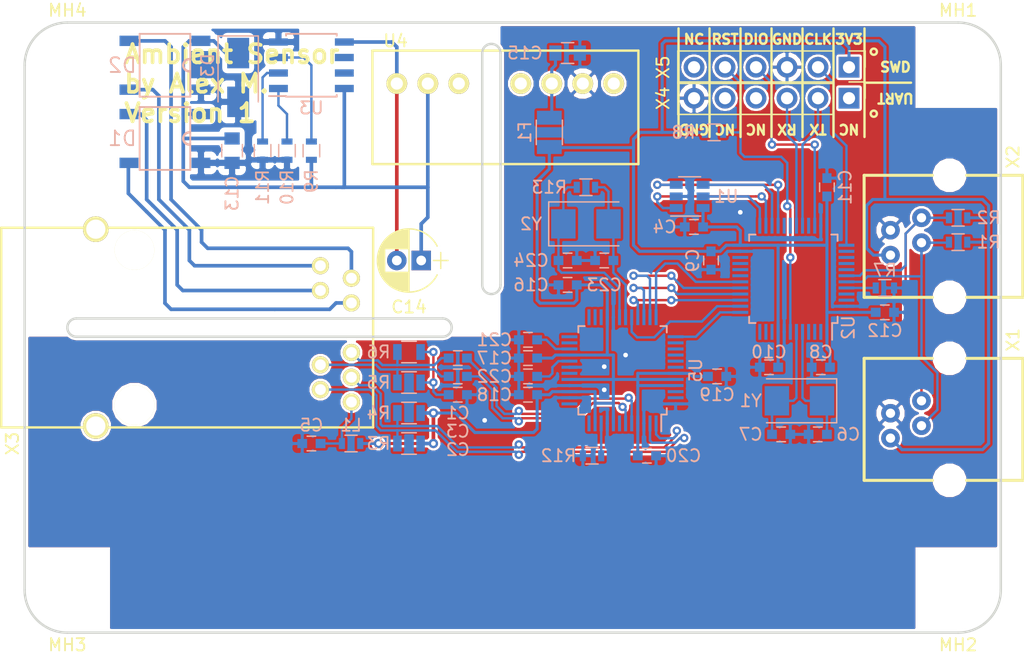
<source format=kicad_pcb>
(kicad_pcb (version 20171130) (host pcbnew "(5.0.2)-1")
  (title_block (title "PoE Ambient Sensor") (date 2018-11-24) (rev 1) (company "Alex M."))
  (layers (0 F.Cu signal) (31 B.Cu signal) (34 B.Paste user) (35 F.Paste user) (36 B.SilkS user) (37 F.SilkS user) (38 B.Mask user) (39 F.Mask user) (44 Edge.Cuts user))
  (net 0 "")
  (net 1 "/W5500 Ethernet Interface/RXIN")
  (net 2 GND)
  (net 3 "Net-(C2-Pad1)")
  (net 4 "/W5500 Ethernet Interface/RXIP")
  (net 5 +3V3)
  (net 6 "Net-(C5-Pad1)")
  (net 7 "Net-(C6-Pad1)")
  (net 8 "Net-(C7-Pad1)")
  (net 9 "/PoE PD Interface/P")
  (net 10 "/PoE PD Interface/N")
  (net 11 "/PoE PD Interface/3.3V")
  (net 12 "/W5500 Ethernet Interface/1V2O")
  (net 13 "/W5500 Ethernet Interface/XCAP")
  (net 14 "/W5500 Ethernet Interface/XO")
  (net 15 "/W5500 Ethernet Interface/XI")
  (net 16 "/PoE PD Interface/VC12")
  (net 17 "/PoE PD Interface/VC36")
  (net 18 "/PoE PD Interface/VC45")
  (net 19 "/PoE PD Interface/VC78")
  (net 20 I2C1_SDA)
  (net 21 I2C1_SCL)
  (net 22 "/W5500 Ethernet Interface/TXOP")
  (net 23 "/W5500 Ethernet Interface/TXON")
  (net 24 "Net-(R7-Pad2)")
  (net 25 NRST)
  (net 26 "Net-(R9-Pad1)")
  (net 27 "Net-(R10-Pad2)")
  (net 28 "Net-(R11-Pad2)")
  (net 29 "/W5500 Ethernet Interface/XRES")
  (net 30 SPI1_MISO)
  (net 31 SP1_MOSI)
  (net 32 SPI1_SCK)
  (net 33 "Net-(C14-Pad2)")
  (net 34 WIZ_RST)
  (net 35 USART1_TX)
  (net 36 USART1_RX)
  (net 37 SYS_SWDIO)
  (net 38 SYS_SWCLK)
  (net 39 /CRXIN)
  (net 40 /CRXIP)
  (net 41 SPI2_NSS)
  (net 42 SPI2_MISO)
  (net 43 SPI2_MOSI)
  (net 44 SPI2_SCK)
  (net 45 WIZ_INT)
  (net 46 SPI1_NSS)
  (module AlexComponents:E5544-60LU22-L (layer F.Cu) (at 168.5 101 90)
    (fp_text reference X1 (at 5 7.5 90) (layer F.SilkS))
    (fp_text value 4P4C)
    (pad 1 thru_hole circle (at 0 0 90) (size 1.524 1.524) (drill 0.762) (layers *.Cu *.Mask) (net 21 I2C1_SCL))
    (pad 2 thru_hole circle (at -1.02 -2.54 90) (size 1.524 1.524) (drill 0.762) (layers *.Cu *.Mask) (net 2 GND))
    (pad 3 thru_hole circle (at -2.04 0 90) (size 1.524 1.524) (drill 0.762) (layers *.Cu *.Mask) (net 20 I2C1_SDA))
    (pad 4 thru_hole circle (at -3.06 -2.54 90) (size 1.524 1.524) (drill 0.762) (layers *.Cu *.Mask) (net 5 +3V3))
    (pad "" np_thru_hole circle (at -6.52 2.3 90) (size 2.36 2.36) (drill 2.36) (layers *.Cu *.Mask))
    (pad "" np_thru_hole circle (at 3.48 2.3 90) (size 2.36 2.36) (drill 2.36) (layers *.Cu *.Mask))
  )
  (module Capacitors_SMD:C_0603 (layer B.Cu) (at 130.5 97.5 180)
    (fp_text reference C1 (at 0 -4.5 180) (layer B.SilkS) (effects (justify mirror)))
    (fp_text value 10n)
    (pad 1 smd rect (at -0.75 0 180) (size 0.8 0.75) (layers B.Cu B.Paste B.Mask) (net 1 "/W5500 Ethernet Interface/RXIN"))
    (pad 2 smd rect (at 0.75 0 180) (size 0.8 0.75) (layers B.Cu B.Paste B.Mask) (net 39 /CRXIN))
  )
  (module Capacitors_SMD:C_0603 (layer B.Cu) (at 130.5 100.5)
    (fp_text reference C2 (at 0 4.5) (layer B.SilkS) (effects (justify mirror)))
    (fp_text value 100n)
    (pad 2 smd rect (at 0.75 0) (size 0.8 0.75) (layers B.Cu B.Paste B.Mask) (net 2 GND))
    (pad 1 smd rect (at -0.75 0) (size 0.8 0.75) (layers B.Cu B.Paste B.Mask) (net 3 "Net-(C2-Pad1)"))
  )
  (module Capacitors_SMD:C_0603 (layer B.Cu) (at 130.5 99 180)
    (fp_text reference C3 (at 0 -4.5 180) (layer B.SilkS) (effects (justify mirror)))
    (fp_text value 10n)
    (pad 1 smd rect (at -0.75 0 180) (size 0.8 0.75) (layers B.Cu B.Paste B.Mask) (net 4 "/W5500 Ethernet Interface/RXIP"))
    (pad 2 smd rect (at 0.75 0 180) (size 0.8 0.75) (layers B.Cu B.Paste B.Mask) (net 40 /CRXIP))
  )
  (module Capacitors_SMD:C_0603 (layer B.Cu) (at 149.85 86.75 180)
    (fp_text reference C4 (at 2.4 0 180) (layer B.SilkS) (effects (justify mirror)))
    (fp_text value 100n)
    (pad 1 smd rect (at -0.75 0 180) (size 0.8 0.75) (layers B.Cu B.Paste B.Mask) (net 5 +3V3))
    (pad 2 smd rect (at 0.75 0 180) (size 0.8 0.75) (layers B.Cu B.Paste B.Mask) (net 2 GND))
  )
  (module Capacitors_SMD:C_0603 (layer B.Cu) (at 118.5 104.5 180)
    (fp_text reference C5 (at 0 1.5 180) (layer B.SilkS) (effects (justify mirror)))
    (fp_text value 100n)
    (pad 1 smd rect (at -0.75 0 180) (size 0.8 0.75) (layers B.Cu B.Paste B.Mask) (net 6 "Net-(C5-Pad1)"))
    (pad 2 smd rect (at 0.75 0 180) (size 0.8 0.75) (layers B.Cu B.Paste B.Mask) (net 2 GND))
  )
  (module Capacitors_SMD:C_0603 (layer B.Cu) (at 160 103.75 180)
    (fp_text reference C6 (at -2.5 0 180) (layer B.SilkS) (effects (justify mirror)))
    (fp_text value 18p)
    (pad 2 smd rect (at 0.75 0 180) (size 0.8 0.75) (layers B.Cu B.Paste B.Mask) (net 2 GND))
    (pad 1 smd rect (at -0.75 0 180) (size 0.8 0.75) (layers B.Cu B.Paste B.Mask) (net 7 "Net-(C6-Pad1)"))
  )
  (module Capacitors_SMD:C_0603 (layer B.Cu) (at 157 103.75)
    (fp_text reference C7 (at -2.5 0) (layer B.SilkS) (effects (justify mirror)))
    (fp_text value 18p)
    (pad 1 smd rect (at -0.75 0) (size 0.8 0.75) (layers B.Cu B.Paste B.Mask) (net 8 "Net-(C7-Pad1)"))
    (pad 2 smd rect (at 0.75 0) (size 0.8 0.75) (layers B.Cu B.Paste B.Mask) (net 2 GND))
  )
  (module Capacitors_SMD:C_0603 (layer B.Cu) (at 160.25 98.25 180)
    (fp_text reference C8 (at 0 1.25 180) (layer B.SilkS) (effects (justify mirror)))
    (fp_text value 100n)
    (pad 2 smd rect (at 0.75 0 180) (size 0.8 0.75) (layers B.Cu B.Paste B.Mask) (net 2 GND))
    (pad 1 smd rect (at -0.75 0 180) (size 0.8 0.75) (layers B.Cu B.Paste B.Mask) (net 5 +3V3))
  )
  (module Capacitors_SMD:C_0603 (layer B.Cu) (at 151.25 89.5 270)
    (fp_text reference C9 (at 0 1.5 270) (layer B.SilkS) (effects (justify mirror)))
    (fp_text value 100n)
    (pad 1 smd rect (at -0.75 0 270) (size 0.8 0.75) (layers B.Cu B.Paste B.Mask) (net 5 +3V3))
    (pad 2 smd rect (at 0.75 0 270) (size 0.8 0.75) (layers B.Cu B.Paste B.Mask) (net 2 GND))
  )
  (module Capacitors_SMD:C_0603 (layer B.Cu) (at 156 98.25 180)
    (fp_text reference C10 (at 0 1.25 180) (layer B.SilkS) (effects (justify mirror)))
    (fp_text value 100n)
    (pad 2 smd rect (at 0.75 0 180) (size 0.8 0.75) (layers B.Cu B.Paste B.Mask) (net 2 GND))
    (pad 1 smd rect (at -0.75 0 180) (size 0.8 0.75) (layers B.Cu B.Paste B.Mask) (net 5 +3V3))
  )
  (module Capacitors_SMD:C_0603 (layer B.Cu) (at 160.75 83.5 90)
    (fp_text reference C11 (at 0 1.5 90) (layer B.SilkS) (effects (justify mirror)))
    (fp_text value 100n)
    (pad 1 smd rect (at -0.75 0 90) (size 0.8 0.75) (layers B.Cu B.Paste B.Mask) (net 5 +3V3))
    (pad 2 smd rect (at 0.75 0 90) (size 0.8 0.75) (layers B.Cu B.Paste B.Mask) (net 2 GND))
  )
  (module Capacitors_SMD:C_0603 (layer B.Cu) (at 165.5 93.75)
    (fp_text reference C12 (at 0 1.5) (layer B.SilkS) (effects (justify mirror)))
    (fp_text value 100n)
    (pad 2 smd rect (at 0.75 0) (size 0.8 0.75) (layers B.Cu B.Paste B.Mask) (net 2 GND))
    (pad 1 smd rect (at -0.75 0) (size 0.8 0.75) (layers B.Cu B.Paste B.Mask) (net 5 +3V3))
  )
  (module Capacitors_SMD:C_0805 (layer B.Cu) (at 112 80.5 270)
    (fp_text reference C13 (at 3.5 0 270) (layer B.SilkS) (effects (justify mirror)))
    (fp_text value 100n)
    (pad 1 smd rect (at -1 0 270) (size 1 1.25) (layers B.Cu B.Paste B.Mask) (net 9 "/PoE PD Interface/P"))
    (pad 2 smd rect (at 1 0 270) (size 1 1.25) (layers B.Cu B.Paste B.Mask) (net 10 "/PoE PD Interface/N"))
  )
  (module Capacitors_SMD:C_0805 (layer B.Cu) (at 139.5 72.5)
    (fp_text reference C15 (at -3.5 0) (layer B.SilkS) (effects (justify mirror)))
    (fp_text value 10u)
    (pad 2 smd rect (at 1 0) (size 1 1.25) (layers B.Cu B.Paste B.Mask) (net 2 GND))
    (pad 1 smd rect (at -1 0) (size 1 1.25) (layers B.Cu B.Paste B.Mask) (net 11 "/PoE PD Interface/3.3V"))
  )
  (module Capacitors_SMD:C_0603 (layer B.Cu) (at 139.5 91.5 180)
    (fp_text reference C16 (at 3 0 180) (layer B.SilkS) (effects (justify mirror)))
    (fp_text value 100n)
    (pad 1 smd rect (at -0.75 0 180) (size 0.8 0.75) (layers B.Cu B.Paste B.Mask) (net 5 +3V3))
    (pad 2 smd rect (at 0.75 0 180) (size 0.8 0.75) (layers B.Cu B.Paste B.Mask) (net 2 GND))
  )
  (module Capacitors_SMD:C_0603 (layer B.Cu) (at 136.25 97.5 180)
    (fp_text reference C17 (at 2.75 0 180) (layer B.SilkS) (effects (justify mirror)))
    (fp_text value 100n)
    (pad 2 smd rect (at 0.75 0 180) (size 0.8 0.75) (layers B.Cu B.Paste B.Mask) (net 2 GND))
    (pad 1 smd rect (at -0.75 0 180) (size 0.8 0.75) (layers B.Cu B.Paste B.Mask) (net 5 +3V3))
  )
  (module Capacitors_SMD:C_0603 (layer B.Cu) (at 136.25 100.5 180)
    (fp_text reference C18 (at 2.75 0 180) (layer B.SilkS) (effects (justify mirror)))
    (fp_text value 100n)
    (pad 2 smd rect (at 0.75 0 180) (size 0.8 0.75) (layers B.Cu B.Paste B.Mask) (net 2 GND))
    (pad 1 smd rect (at -0.75 0 180) (size 0.8 0.75) (layers B.Cu B.Paste B.Mask) (net 5 +3V3))
  )
  (module Capacitors_SMD:C_0603 (layer B.Cu) (at 151.75 99)
    (fp_text reference C19 (at 0 1.5) (layer B.SilkS) (effects (justify mirror)))
    (fp_text value 100n)
    (pad 1 smd rect (at -0.75 0) (size 0.8 0.75) (layers B.Cu B.Paste B.Mask) (net 5 +3V3))
    (pad 2 smd rect (at 0.75 0) (size 0.8 0.75) (layers B.Cu B.Paste B.Mask) (net 2 GND))
  )
  (module Capacitors_SMD:C_0603 (layer B.Cu) (at 146 105.5)
    (fp_text reference C20 (at 3 0) (layer B.SilkS) (effects (justify mirror)))
    (fp_text value 100n)
    (pad 1 smd rect (at -0.75 0) (size 0.8 0.75) (layers B.Cu B.Paste B.Mask) (net 5 +3V3))
    (pad 2 smd rect (at 0.75 0) (size 0.8 0.75) (layers B.Cu B.Paste B.Mask) (net 2 GND))
  )
  (module Capacitors_SMD:C_0603 (layer B.Cu) (at 136.25 96 180)
    (fp_text reference C21 (at 2.75 0 180) (layer B.SilkS) (effects (justify mirror)))
    (fp_text value 10n)
    (pad 2 smd rect (at 0.75 0 180) (size 0.8 0.75) (layers B.Cu B.Paste B.Mask) (net 2 GND))
    (pad 1 smd rect (at -0.75 0 180) (size 0.8 0.75) (layers B.Cu B.Paste B.Mask) (net 12 "/W5500 Ethernet Interface/1V2O"))
  )
  (module Capacitors_SMD:C_0603 (layer B.Cu) (at 136.25 99 180)
    (fp_text reference C22 (at 2.75 0 180) (layer B.SilkS) (effects (justify mirror)))
    (fp_text value 4.7u)
    (pad 2 smd rect (at 0.75 0 180) (size 0.8 0.75) (layers B.Cu B.Paste B.Mask) (net 2 GND))
    (pad 1 smd rect (at -0.75 0 180) (size 0.8 0.75) (layers B.Cu B.Paste B.Mask) (net 13 "/W5500 Ethernet Interface/XCAP"))
  )
  (module Capacitors_SMD:C_0603 (layer B.Cu) (at 142.5 89.5 180)
    (fp_text reference C23 (at 0 -2 180) (layer B.SilkS) (effects (justify mirror)))
    (fp_text value 18p)
    (pad 2 smd rect (at 0.75 0 180) (size 0.8 0.75) (layers B.Cu B.Paste B.Mask) (net 2 GND))
    (pad 1 smd rect (at -0.75 0 180) (size 0.8 0.75) (layers B.Cu B.Paste B.Mask) (net 14 "/W5500 Ethernet Interface/XO"))
  )
  (module Capacitors_SMD:C_0603 (layer B.Cu) (at 139.5 89.5)
    (fp_text reference C24 (at -3 0) (layer B.SilkS) (effects (justify mirror)))
    (fp_text value 18p)
    (pad 1 smd rect (at -0.75 0) (size 0.8 0.75) (layers B.Cu B.Paste B.Mask) (net 15 "/W5500 Ethernet Interface/XI"))
    (pad 2 smd rect (at 0.75 0) (size 0.8 0.75) (layers B.Cu B.Paste B.Mask) (net 2 GND))
  )
  (module AlexComponents:Micro-DIP-4 (layer B.Cu) (at 106.5 79.5 270)
    (fp_text reference D1 (at 0 3.5) (layer B.SilkS) (effects (font (size 1.2 1.2)) (justify mirror)))
    (fp_text value MDB6S)
    (pad 4 smd rect (at -2 2.95 270) (size 0.85 1.55) (layers B.Cu B.Paste B.Mask) (net 16 "/PoE PD Interface/VC12"))
    (pad 1 smd rect (at -2 -2.95 270) (size 0.85 1.55) (layers B.Cu B.Paste B.Mask) (net 9 "/PoE PD Interface/P"))
    (pad 3 smd rect (at 2 2.95 270) (size 0.85 1.55) (layers B.Cu B.Paste B.Mask) (net 17 "/PoE PD Interface/VC36"))
    (pad 2 smd rect (at 2 -2.95 270) (size 0.85 1.55) (layers B.Cu B.Paste B.Mask) (net 10 "/PoE PD Interface/N"))
  )
  (module AlexComponents:Micro-DIP-4 (layer B.Cu) (at 106.5 73.5 270)
    (fp_text reference D2 (at 0 3.5) (layer B.SilkS) (effects (font (size 1.2 1.2)) (justify mirror)))
    (fp_text value MDB6S)
    (pad 2 smd rect (at 2 -2.95 270) (size 0.85 1.55) (layers B.Cu B.Paste B.Mask) (net 10 "/PoE PD Interface/N"))
    (pad 3 smd rect (at 2 2.95 270) (size 0.85 1.55) (layers B.Cu B.Paste B.Mask) (net 18 "/PoE PD Interface/VC45"))
    (pad 1 smd rect (at -2 -2.95 270) (size 0.85 1.55) (layers B.Cu B.Paste B.Mask) (net 9 "/PoE PD Interface/P"))
    (pad 4 smd rect (at -2 2.95 270) (size 0.85 1.55) (layers B.Cu B.Paste B.Mask) (net 19 "/PoE PD Interface/VC78"))
  )
  (module Diodes_SMD:D_SMA (layer B.Cu) (at 112.5 74.5 270)
    (fp_text reference D3 (at -1 2.5 270) (layer B.SilkS) (effects (justify mirror)))
    (fp_text value SMAJ58A)
    (pad 2 smd rect (at 2 0 270) (size 2.5 1.8) (layers B.Cu B.Paste B.Mask) (net 10 "/PoE PD Interface/N"))
    (pad 1 smd rect (at -2 0 270) (size 2.5 1.8) (layers B.Cu B.Paste B.Mask) (net 9 "/PoE PD Interface/P"))
  )
  (module Fuse_Holders_and_Fuses:Fuse_SMD1206_Reflow (layer B.Cu) (at 138 79 270)
    (fp_text reference F1 (at 0 2 270) (layer B.SilkS) (effects (justify mirror)))
    (fp_text value 500m)
    (pad 2 smd rect (at 1.2 0 180) (size 2.03 1.14) (layers B.Cu B.Paste B.Mask) (net 5 +3V3))
    (pad 1 smd rect (at -1.2 0 180) (size 2.03 1.14) (layers B.Cu B.Paste B.Mask) (net 11 "/PoE PD Interface/3.3V"))
  )
  (module Inductors_SMD:L_0603 (layer B.Cu) (at 121.75 104.5 180)
    (fp_text reference L1 (at 0 1.5 180) (layer B.SilkS) (effects (justify mirror)))
    (fp_text value 1u)
    (pad 2 smd rect (at 0.75 0 180) (size 0.5 0.9) (layers B.Cu B.Paste B.Mask) (net 6 "Net-(C5-Pad1)"))
    (pad 1 smd rect (at -0.75 0 180) (size 0.5 0.9) (layers B.Cu B.Paste B.Mask) (net 5 +3V3))
  )
  (module Mounting_Holes:MountingHole_3.2mm_M3 (layer F.Cu) (at 171.5 73.5)
    (fp_text reference MH1 (at 0 -4.5) (layer F.SilkS))
    (fp_text value MountingHole)
    (pad 1 np_thru_hole circle (at 0 0) (size 3.2 3.2) (drill 3.2) (layers *.Cu *.Mask))
  )
  (module Mounting_Holes:MountingHole_3.2mm_M3 (layer F.Cu) (at 171.5 116.5 180)
    (fp_text reference MH2 (at 0 -4.5 180) (layer F.SilkS))
    (fp_text value MountingHole)
    (pad 1 np_thru_hole circle (at 0 0 180) (size 3.2 3.2) (drill 3.2) (layers *.Cu *.Mask))
  )
  (module Mounting_Holes:MountingHole_3.2mm_M3 (layer F.Cu) (at 98.5 116.5 180)
    (fp_text reference MH3 (at 0 -4.5 180) (layer F.SilkS))
    (fp_text value MountingHole)
    (pad 1 np_thru_hole circle (at 0 0 180) (size 3.2 3.2) (drill 3.2) (layers *.Cu *.Mask))
  )
  (module Mounting_Holes:MountingHole_3.2mm_M3 (layer F.Cu) (at 98.5 73.5)
    (fp_text reference MH4 (at 0 -4.5) (layer F.SilkS))
    (fp_text value MountingHole)
    (pad 1 np_thru_hole circle (at 0 0) (size 3.2 3.2) (drill 3.2) (layers *.Cu *.Mask))
  )
  (module Resistors_SMD:R_0603 (layer B.Cu) (at 171.5 88 180)
    (fp_text reference R1 (at -2.5 0 180) (layer B.SilkS) (effects (justify mirror)))
    (fp_text value 4.7k)
    (pad 2 smd rect (at 0.75 0 180) (size 0.5 0.9) (layers B.Cu B.Paste B.Mask) (net 20 I2C1_SDA))
    (pad 1 smd rect (at -0.75 0 180) (size 0.5 0.9) (layers B.Cu B.Paste B.Mask) (net 5 +3V3))
  )
  (module Resistors_SMD:R_0603 (layer B.Cu) (at 171.5 86 180)
    (fp_text reference R2 (at -2.5 0 180) (layer B.SilkS) (effects (justify mirror)))
    (fp_text value 4.7k)
    (pad 1 smd rect (at -0.75 0 180) (size 0.5 0.9) (layers B.Cu B.Paste B.Mask) (net 5 +3V3))
    (pad 2 smd rect (at 0.75 0 180) (size 0.5 0.9) (layers B.Cu B.Paste B.Mask) (net 21 I2C1_SCL))
  )
  (module Resistors_SMD:R_0805 (layer B.Cu) (at 126.5 104.5 180)
    (fp_text reference R3 (at 2.5 0 180) (layer B.SilkS) (effects (justify mirror)))
    (fp_text value 49.9)
    (pad 2 smd rect (at 0.95 0 180) (size 0.7 1.3) (layers B.Cu B.Paste B.Mask) (net 22 "/W5500 Ethernet Interface/TXOP"))
    (pad 1 smd rect (at -0.95 0 180) (size 0.7 1.3) (layers B.Cu B.Paste B.Mask) (net 5 +3V3))
  )
  (module Resistors_SMD:R_0805 (layer B.Cu) (at 126.5 102 180)
    (fp_text reference R4 (at 2.5 0 180) (layer B.SilkS) (effects (justify mirror)))
    (fp_text value 49.9)
    (pad 1 smd rect (at -0.95 0 180) (size 0.7 1.3) (layers B.Cu B.Paste B.Mask) (net 5 +3V3))
    (pad 2 smd rect (at 0.95 0 180) (size 0.7 1.3) (layers B.Cu B.Paste B.Mask) (net 23 "/W5500 Ethernet Interface/TXON"))
  )
  (module Resistors_SMD:R_0805 (layer B.Cu) (at 126.5 99.5 180)
    (fp_text reference R5 (at 2.5 0 180) (layer B.SilkS) (effects (justify mirror)))
    (fp_text value 49.9)
    (pad 2 smd rect (at 0.95 0 180) (size 0.7 1.3) (layers B.Cu B.Paste B.Mask) (net 40 /CRXIP))
    (pad 1 smd rect (at -0.95 0 180) (size 0.7 1.3) (layers B.Cu B.Paste B.Mask) (net 3 "Net-(C2-Pad1)"))
  )
  (module Resistors_SMD:R_0805 (layer B.Cu) (at 126.5 97 180)
    (fp_text reference R6 (at 2.5 0 180) (layer B.SilkS) (effects (justify mirror)))
    (fp_text value 49.9)
    (pad 1 smd rect (at -0.95 0 180) (size 0.7 1.3) (layers B.Cu B.Paste B.Mask) (net 3 "Net-(C2-Pad1)"))
    (pad 2 smd rect (at 0.95 0 180) (size 0.7 1.3) (layers B.Cu B.Paste B.Mask) (net 39 /CRXIN))
  )
  (module Resistors_SMD:R_0603 (layer B.Cu) (at 165.5 91.75 180)
    (fp_text reference R7 (at 0 1.45 180) (layer B.SilkS) (effects (justify mirror)))
    (fp_text value 4.7k)
    (pad 1 smd rect (at -0.75 0 180) (size 0.5 0.9) (layers B.Cu B.Paste B.Mask) (net 2 GND))
    (pad 2 smd rect (at 0.75 0 180) (size 0.5 0.9) (layers B.Cu B.Paste B.Mask) (net 24 "Net-(R7-Pad2)"))
  )
  (module Resistors_SMD:R_0603 (layer B.Cu) (at 151.5 79)
    (fp_text reference R8 (at -2.5 0) (layer B.SilkS) (effects (justify mirror)))
    (fp_text value 4.7k)
    (pad 2 smd rect (at 0.75 0) (size 0.5 0.9) (layers B.Cu B.Paste B.Mask) (net 25 NRST))
    (pad 1 smd rect (at -0.75 0) (size 0.5 0.9) (layers B.Cu B.Paste B.Mask) (net 5 +3V3))
  )
  (module Resistors_SMD:R_0603 (layer B.Cu) (at 118.5 80.5 270)
    (fp_text reference R9 (at 2.5 0 270) (layer B.SilkS) (effects (justify mirror)))
    (fp_text value 24.9k)
    (pad 1 smd rect (at -0.75 0 270) (size 0.5 0.9) (layers B.Cu B.Paste B.Mask) (net 26 "Net-(R9-Pad1)"))
    (pad 2 smd rect (at 0.75 0 270) (size 0.5 0.9) (layers B.Cu B.Paste B.Mask) (net 9 "/PoE PD Interface/P"))
  )
  (module Resistors_SMD:R_0603 (layer B.Cu) (at 116.5 80.5 90)
    (fp_text reference R10 (at -3 0 90) (layer B.SilkS) (effects (justify mirror)))
    (fp_text value 178k)
    (pad 2 smd rect (at 0.75 0 90) (size 0.5 0.9) (layers B.Cu B.Paste B.Mask) (net 27 "Net-(R10-Pad2)"))
    (pad 1 smd rect (at -0.75 0 90) (size 0.5 0.9) (layers B.Cu B.Paste B.Mask) (net 10 "/PoE PD Interface/N"))
  )
  (module Resistors_SMD:R_0603 (layer B.Cu) (at 114.5 80.5 90)
    (fp_text reference R11 (at -3 0 90) (layer B.SilkS) (effects (justify mirror)))
    (fp_text value 4420)
    (pad 1 smd rect (at -0.75 0 90) (size 0.5 0.9) (layers B.Cu B.Paste B.Mask) (net 10 "/PoE PD Interface/N"))
    (pad 2 smd rect (at 0.75 0 90) (size 0.5 0.9) (layers B.Cu B.Paste B.Mask) (net 28 "Net-(R11-Pad2)"))
  )
  (module Resistors_SMD:R_0603 (layer B.Cu) (at 141.5 105.5 180)
    (fp_text reference R12 (at 2.75 0 180) (layer B.SilkS) (effects (justify mirror)))
    (fp_text value 12.4k)
    (pad 2 smd rect (at 0.75 0 180) (size 0.5 0.9) (layers B.Cu B.Paste B.Mask) (net 2 GND))
    (pad 1 smd rect (at -0.75 0 180) (size 0.5 0.9) (layers B.Cu B.Paste B.Mask) (net 29 "/W5500 Ethernet Interface/XRES"))
  )
  (module Resistors_SMD:R_0603 (layer B.Cu) (at 141 83.5)
    (fp_text reference R13 (at -3 0) (layer B.SilkS) (effects (justify mirror)))
    (fp_text value 1M)
    (pad 2 smd rect (at 0.75 0) (size 0.5 0.9) (layers B.Cu B.Paste B.Mask) (net 14 "/W5500 Ethernet Interface/XO"))
    (pad 1 smd rect (at -0.75 0) (size 0.5 0.9) (layers B.Cu B.Paste B.Mask) (net 15 "/W5500 Ethernet Interface/XI"))
  )
  (module TO_SOT_Packages_SMD:SOT-23-6 (layer B.Cu) (at 149.5 84.25)
    (fp_text reference U1 (at 3 0) (layer B.SilkS) (effects (justify mirror)))
    (fp_text value 25AA02E48T-I_OT)
    (pad 5 smd rect (at 1.1 0) (size 1.06 0.65) (layers B.Cu B.Paste B.Mask) (net 41 SPI2_NSS))
    (pad 6 smd rect (at 1.1 0.95) (size 1.06 0.65) (layers B.Cu B.Paste B.Mask) (net 5 +3V3))
    (pad 4 smd rect (at 1.1 -0.95) (size 1.06 0.65) (layers B.Cu B.Paste B.Mask) (net 42 SPI2_MISO))
    (pad 3 smd rect (at -1.1 -0.95) (size 1.06 0.65) (layers B.Cu B.Paste B.Mask) (net 43 SPI2_MOSI))
    (pad 2 smd rect (at -1.1 0) (size 1.06 0.65) (layers B.Cu B.Paste B.Mask) (net 2 GND))
    (pad 1 smd rect (at -1.1 0.95) (size 1.06 0.65) (layers B.Cu B.Paste B.Mask) (net 44 SPI2_SCK))
  )
  (module Housings_SOIC:SOIC-8_3.9x4.9mm_Pitch1.27mm (layer B.Cu) (at 118.5 73.5)
    (fp_text reference U3 (at 0 3.5) (layer B.SilkS) (effects (justify mirror)))
    (fp_text value NCP1090)
    (pad 8 smd rect (at 2.7 1.905) (size 1.55 0.6) (layers B.Cu B.Paste B.Mask) (net 9 "/PoE PD Interface/P"))
    (pad 7 smd rect (at 2.7 0.635) (size 1.55 0.6) (layers B.Cu B.Paste B.Mask))
    (pad 6 smd rect (at 2.7 -0.635) (size 1.55 0.6) (layers B.Cu B.Paste B.Mask))
    (pad 5 smd rect (at 2.7 -1.905) (size 1.55 0.6) (layers B.Cu B.Paste B.Mask) (net 33 "Net-(C14-Pad2)"))
    (pad 4 smd rect (at -2.7 -1.905) (size 1.55 0.6) (layers B.Cu B.Paste B.Mask) (net 10 "/PoE PD Interface/N"))
    (pad 3 smd rect (at -2.7 -0.635) (size 1.55 0.6) (layers B.Cu B.Paste B.Mask) (net 26 "Net-(R9-Pad1)"))
    (pad 2 smd rect (at -2.7 0.635) (size 1.55 0.6) (layers B.Cu B.Paste B.Mask) (net 28 "Net-(R11-Pad2)"))
    (pad 1 smd rect (at -2.7 1.905) (size 1.55 0.6) (layers B.Cu B.Paste B.Mask) (net 27 "Net-(R10-Pad2)"))
  )
  (module AlexComponents:PG02S (layer F.Cu) (at 125.5 75)
    (fp_text reference U4 (at -0.1 -3.5) (layer F.SilkS))
    (fp_text value PG02S4803A)
    (pad 1 thru_hole circle (at 0 0) (size 1.7 1.7) (drill 1) (layers *.Cu *.Mask F.SilkS) (net 33 "Net-(C14-Pad2)"))
    (pad 2 thru_hole circle (at 2.54 0) (size 1.7 1.7) (drill 1) (layers *.Cu *.Mask F.SilkS) (net 9 "/PoE PD Interface/P"))
    (pad 3 thru_hole circle (at 5.08 0) (size 1.7 1.7) (drill 1) (layers *.Cu *.Mask F.SilkS))
    (pad 5 thru_hole circle (at 10.16 0) (size 1.7 1.7) (drill 1) (layers *.Cu *.Mask F.SilkS))
    (pad 6 thru_hole circle (at 12.7 0) (size 1.7 1.7) (drill 1) (layers *.Cu *.Mask F.SilkS) (net 11 "/PoE PD Interface/3.3V"))
    (pad 7 thru_hole circle (at 15.24 0) (size 1.7 1.7) (drill 1) (layers *.Cu *.Mask F.SilkS) (net 2 GND))
    (pad 8 thru_hole circle (at 17.78 0) (size 1.7 1.7) (drill 1) (layers *.Cu *.Mask F.SilkS))
  )
  (module AlexComponents:0813-1X1T-57-F_RJ45-Jack (layer F.Cu) (at 104 95 90)
    (fp_text reference X3 (at -9.5 -10 90) (layer F.SilkS))
    (fp_text value 0813-1X1T-57-F)
    (pad "" np_thru_hole circle (at -6.35 0 90) (size 3.25 3.25) (drill 3.25) (layers *.Cu *.Mask F.SilkS))
    (pad "" np_thru_hole circle (at 6.35 0 90) (size 3.25 3.25) (drill 3.25) (layers *.Cu *.Mask F.SilkS))
    (pad "" thru_hole circle (at 8.065 -3.17 90) (size 2.1 2.1) (drill 1.57) (layers *.Cu *.Mask F.SilkS))
    (pad "" thru_hole circle (at -8.065 -3.17 90) (size 2.1 2.1) (drill 1.57) (layers *.Cu *.Mask F.SilkS))
    (pad 1 thru_hole circle (at -5.08 15.24 90) (size 1.4 1.4) (drill 0.89) (layers *.Cu *.Mask F.SilkS) (net 22 "/W5500 Ethernet Interface/TXOP"))
    (pad 2 thru_hole circle (at -3.05 15.24 90) (size 1.4 1.4) (drill 0.89) (layers *.Cu *.Mask F.SilkS) (net 40 /CRXIP))
    (pad 5 thru_hole circle (at 3.04 15.24 90) (size 1.4 1.4) (drill 0.89) (layers *.Cu *.Mask F.SilkS) (net 16 "/PoE PD Interface/VC12"))
    (pad 6 thru_hole circle (at 5.07 15.24 90) (size 1.4 1.4) (drill 0.89) (layers *.Cu *.Mask F.SilkS) (net 18 "/PoE PD Interface/VC45"))
    (pad 7 thru_hole circle (at -6.1 17.78 90) (size 1.4 1.4) (drill 0.89) (layers *.Cu *.Mask F.SilkS) (net 6 "Net-(C5-Pad1)"))
    (pad 8 thru_hole circle (at -4.07 17.78 90) (size 1.4 1.4) (drill 0.89) (layers *.Cu *.Mask F.SilkS) (net 23 "/W5500 Ethernet Interface/TXON"))
    (pad 9 thru_hole circle (at -2.04 17.78 90) (size 1.4 1.4) (drill 0.89) (layers *.Cu *.Mask F.SilkS) (net 39 /CRXIN))
    (pad 10 thru_hole circle (at 2.02 17.78 90) (size 1.4 1.4) (drill 0.89) (layers *.Cu *.Mask F.SilkS) (net 17 "/PoE PD Interface/VC36"))
    (pad 11 thru_hole circle (at 4.05 17.78 90) (size 1.4 1.4) (drill 0.89) (layers *.Cu *.Mask F.SilkS) (net 19 "/PoE PD Interface/VC78"))
  )
  (module Pin_Headers:Pin_Header_Straight_1x06_Pitch2.54mm (layer F.Cu) (at 162.56 76.2 270)
    (fp_text reference X4 (at 0 15.24 270) (layer F.SilkS))
    (fp_text value USART)
    (pad 1 thru_hole rect (at 0 0 270) (size 1.7 1.7) (drill 1) (layers *.Cu *.Mask))
    (pad 2 thru_hole oval (at 0 2.54 270) (size 1.7 1.7) (drill 1) (layers *.Cu *.Mask) (net 35 USART1_TX))
    (pad 3 thru_hole oval (at 0 5.08 270) (size 1.7 1.7) (drill 1) (layers *.Cu *.Mask) (net 36 USART1_RX))
    (pad 4 thru_hole oval (at 0 7.62 270) (size 1.7 1.7) (drill 1) (layers *.Cu *.Mask))
    (pad 5 thru_hole oval (at 0 10.16 270) (size 1.7 1.7) (drill 1) (layers *.Cu *.Mask))
    (pad 6 thru_hole oval (at 0 12.7 270) (size 1.7 1.7) (drill 1) (layers *.Cu *.Mask) (net 2 GND))
  )
  (module Pin_Headers:Pin_Header_Straight_1x06_Pitch2.54mm (layer F.Cu) (at 162.56 73.66 270)
    (fp_text reference X5 (at 0 15.24 270) (layer F.SilkS))
    (fp_text value JTAG)
    (pad 6 thru_hole oval (at 0 12.7 270) (size 1.7 1.7) (drill 1) (layers *.Cu *.Mask))
    (pad 5 thru_hole oval (at 0 10.16 270) (size 1.7 1.7) (drill 1) (layers *.Cu *.Mask) (net 25 NRST))
    (pad 4 thru_hole oval (at 0 7.62 270) (size 1.7 1.7) (drill 1) (layers *.Cu *.Mask) (net 37 SYS_SWDIO))
    (pad 3 thru_hole oval (at 0 5.08 270) (size 1.7 1.7) (drill 1) (layers *.Cu *.Mask) (net 2 GND))
    (pad 2 thru_hole oval (at 0 2.54 270) (size 1.7 1.7) (drill 1) (layers *.Cu *.Mask) (net 38 SYS_SWCLK))
    (pad 1 thru_hole rect (at 0 0 270) (size 1.7 1.7) (drill 1) (layers *.Cu *.Mask) (net 5 +3V3))
  )
  (module Crystals:Crystal_SMD_5032-2pin_5.0x3.2mm (layer B.Cu) (at 158.5 101 180)
    (fp_text reference Y1 (at 4 0 180) (layer B.SilkS) (effects (justify mirror)))
    (fp_text value 8M)
    (pad 1 smd rect (at -1.85 0 180) (size 2 2.4) (layers B.Cu B.Paste B.Mask) (net 7 "Net-(C6-Pad1)"))
    (pad 2 smd rect (at 1.85 0 180) (size 2 2.4) (layers B.Cu B.Paste B.Mask) (net 8 "Net-(C7-Pad1)"))
  )
  (module Crystals:Crystal_SMD_5032-2pin_5.0x3.2mm (layer B.Cu) (at 141 86.5)
    (fp_text reference Y2 (at -4.5 0) (layer B.SilkS) (effects (justify mirror)))
    (fp_text value 25MHz)
    (pad 2 smd rect (at 1.85 0) (size 2 2.4) (layers B.Cu B.Paste B.Mask) (net 14 "/W5500 Ethernet Interface/XO"))
    (pad 1 smd rect (at -1.85 0) (size 2 2.4) (layers B.Cu B.Paste B.Mask) (net 15 "/W5500 Ethernet Interface/XI"))
  )
  (module Capacitors_THT:CP_Radial_D5.0mm_P2.00mm (layer F.Cu) (at 127.5 89.5 180)
    (fp_text reference C14 (at 1 -3.81 180) (layer F.SilkS))
    (fp_text value 22u)
    (pad 2 thru_hole circle (at 2 0 180) (size 1.6 1.6) (drill 0.8) (layers *.Cu *.Mask) (net 33 "Net-(C14-Pad2)"))
    (pad 1 thru_hole rect (at 0 0 180) (size 1.6 1.6) (drill 0.8) (layers *.Cu *.Mask) (net 9 "/PoE PD Interface/P"))
  )
  (module Housings_QFP:LQFP-48_7x7mm_Pitch0.5mm (layer B.Cu) (at 158 91 90)
    (fp_text reference U2 (at -4 4.5 90) (layer B.SilkS) (effects (justify mirror)))
    (fp_text value STM32F070CBTx)
    (pad 48 smd rect (at -2.75 4.35) (size 1.3 0.25) (layers B.Cu B.Paste B.Mask) (net 5 +3V3))
    (pad 47 smd rect (at -2.25 4.35) (size 1.3 0.25) (layers B.Cu B.Paste B.Mask) (net 2 GND))
    (pad 46 smd rect (at -1.75 4.35) (size 1.3 0.25) (layers B.Cu B.Paste B.Mask))
    (pad 45 smd rect (at -1.25 4.35) (size 1.3 0.25) (layers B.Cu B.Paste B.Mask))
    (pad 44 smd rect (at -0.75 4.35) (size 1.3 0.25) (layers B.Cu B.Paste B.Mask) (net 24 "Net-(R7-Pad2)"))
    (pad 43 smd rect (at -0.25 4.35) (size 1.3 0.25) (layers B.Cu B.Paste B.Mask) (net 20 I2C1_SDA))
    (pad 42 smd rect (at 0.25 4.35) (size 1.3 0.25) (layers B.Cu B.Paste B.Mask) (net 21 I2C1_SCL))
    (pad 41 smd rect (at 0.75 4.35) (size 1.3 0.25) (layers B.Cu B.Paste B.Mask))
    (pad 40 smd rect (at 1.25 4.35) (size 1.3 0.25) (layers B.Cu B.Paste B.Mask))
    (pad 39 smd rect (at 1.75 4.35) (size 1.3 0.25) (layers B.Cu B.Paste B.Mask))
    (pad 38 smd rect (at 2.25 4.35) (size 1.3 0.25) (layers B.Cu B.Paste B.Mask))
    (pad 37 smd rect (at 2.75 4.35) (size 1.3 0.25) (layers B.Cu B.Paste B.Mask) (net 38 SYS_SWCLK))
    (pad 36 smd rect (at 4.35 2.75 90) (size 1.3 0.25) (layers B.Cu B.Paste B.Mask) (net 5 +3V3))
    (pad 35 smd rect (at 4.35 2.25 90) (size 1.3 0.25) (layers B.Cu B.Paste B.Mask) (net 2 GND))
    (pad 34 smd rect (at 4.35 1.75 90) (size 1.3 0.25) (layers B.Cu B.Paste B.Mask) (net 37 SYS_SWDIO))
    (pad 33 smd rect (at 4.35 1.25 90) (size 1.3 0.25) (layers B.Cu B.Paste B.Mask))
    (pad 32 smd rect (at 4.35 0.75 90) (size 1.3 0.25) (layers B.Cu B.Paste B.Mask) (net 35 USART1_TX))
    (pad 31 smd rect (at 4.35 0.25 90) (size 1.3 0.25) (layers B.Cu B.Paste B.Mask) (net 36 USART1_RX))
    (pad 30 smd rect (at 4.35 -0.25 90) (size 1.3 0.25) (layers B.Cu B.Paste B.Mask))
    (pad 29 smd rect (at 4.35 -0.75 90) (size 1.3 0.25) (layers B.Cu B.Paste B.Mask))
    (pad 28 smd rect (at 4.35 -1.25 90) (size 1.3 0.25) (layers B.Cu B.Paste B.Mask) (net 43 SPI2_MOSI))
    (pad 27 smd rect (at 4.35 -1.75 90) (size 1.3 0.25) (layers B.Cu B.Paste B.Mask) (net 42 SPI2_MISO))
    (pad 26 smd rect (at 4.35 -2.25 90) (size 1.3 0.25) (layers B.Cu B.Paste B.Mask) (net 44 SPI2_SCK))
    (pad 25 smd rect (at 4.35 -2.75 90) (size 1.3 0.25) (layers B.Cu B.Paste B.Mask) (net 41 SPI2_NSS))
    (pad 24 smd rect (at 2.75 -4.35) (size 1.3 0.25) (layers B.Cu B.Paste B.Mask) (net 5 +3V3))
    (pad 23 smd rect (at 2.25 -4.35) (size 1.3 0.25) (layers B.Cu B.Paste B.Mask) (net 2 GND))
    (pad 22 smd rect (at 1.75 -4.35) (size 1.3 0.25) (layers B.Cu B.Paste B.Mask))
    (pad 21 smd rect (at 1.25 -4.35) (size 1.3 0.25) (layers B.Cu B.Paste B.Mask))
    (pad 20 smd rect (at 0.75 -4.35) (size 1.3 0.25) (layers B.Cu B.Paste B.Mask))
    (pad 19 smd rect (at 0.25 -4.35) (size 1.3 0.25) (layers B.Cu B.Paste B.Mask))
    (pad 18 smd rect (at -0.25 -4.35) (size 1.3 0.25) (layers B.Cu B.Paste B.Mask) (net 45 WIZ_INT))
    (pad 17 smd rect (at -0.75 -4.35) (size 1.3 0.25) (layers B.Cu B.Paste B.Mask) (net 31 SP1_MOSI))
    (pad 16 smd rect (at -1.25 -4.35) (size 1.3 0.25) (layers B.Cu B.Paste B.Mask) (net 30 SPI1_MISO))
    (pad 15 smd rect (at -1.75 -4.35) (size 1.3 0.25) (layers B.Cu B.Paste B.Mask) (net 32 SPI1_SCK))
    (pad 14 smd rect (at -2.25 -4.35) (size 1.3 0.25) (layers B.Cu B.Paste B.Mask) (net 46 SPI1_NSS))
    (pad 13 smd rect (at -2.75 -4.35) (size 1.3 0.25) (layers B.Cu B.Paste B.Mask) (net 34 WIZ_RST))
    (pad 12 smd rect (at -4.35 -2.75 90) (size 1.3 0.25) (layers B.Cu B.Paste B.Mask))
    (pad 11 smd rect (at -4.35 -2.25 90) (size 1.3 0.25) (layers B.Cu B.Paste B.Mask))
    (pad 10 smd rect (at -4.35 -1.75 90) (size 1.3 0.25) (layers B.Cu B.Paste B.Mask))
    (pad 9 smd rect (at -4.35 -1.25 90) (size 1.3 0.25) (layers B.Cu B.Paste B.Mask) (net 5 +3V3))
    (pad 8 smd rect (at -4.35 -0.75 90) (size 1.3 0.25) (layers B.Cu B.Paste B.Mask) (net 2 GND))
    (pad 7 smd rect (at -4.35 -0.25 90) (size 1.3 0.25) (layers B.Cu B.Paste B.Mask) (net 25 NRST))
    (pad 6 smd rect (at -4.35 0.25 90) (size 1.3 0.25) (layers B.Cu B.Paste B.Mask) (net 8 "Net-(C7-Pad1)"))
    (pad 5 smd rect (at -4.35 0.75 90) (size 1.3 0.25) (layers B.Cu B.Paste B.Mask) (net 7 "Net-(C6-Pad1)"))
    (pad 4 smd rect (at -4.35 1.25 90) (size 1.3 0.25) (layers B.Cu B.Paste B.Mask))
    (pad 3 smd rect (at -4.35 1.75 90) (size 1.3 0.25) (layers B.Cu B.Paste B.Mask))
    (pad 2 smd rect (at -4.35 2.25 90) (size 1.3 0.25) (layers B.Cu B.Paste B.Mask))
    (pad 1 smd rect (at -4.35 2.75 90) (size 1.3 0.25) (layers B.Cu B.Paste B.Mask) (net 5 +3V3))
  )
  (module AlexComponents:E5544-60LU22-L (layer F.Cu) (at 168.5 86 90)
    (fp_text reference X2 (at 5 7.5 90) (layer F.SilkS))
    (fp_text value 4P4C)
    (pad "" np_thru_hole circle (at 3.48 2.3 90) (size 2.36 2.36) (drill 2.36) (layers *.Cu *.Mask))
    (pad "" np_thru_hole circle (at -6.52 2.3 90) (size 2.36 2.36) (drill 2.36) (layers *.Cu *.Mask))
    (pad 4 thru_hole circle (at -3.06 -2.54 90) (size 1.524 1.524) (drill 0.762) (layers *.Cu *.Mask) (net 5 +3V3))
    (pad 3 thru_hole circle (at -2.04 0 90) (size 1.524 1.524) (drill 0.762) (layers *.Cu *.Mask) (net 20 I2C1_SDA))
    (pad 2 thru_hole circle (at -1.02 -2.54 90) (size 1.524 1.524) (drill 0.762) (layers *.Cu *.Mask) (net 2 GND))
    (pad 1 thru_hole circle (at 0 0 90) (size 1.524 1.524) (drill 0.762) (layers *.Cu *.Mask) (net 21 I2C1_SCL))
  )
  (module Housings_QFP:LQFP-48_7x7mm_Pitch0.5mm (layer B.Cu) (at 144 98.5 90)
    (fp_text reference U5 (at 0 6 90) (layer B.SilkS) (effects (justify mirror)))
    (fp_text value W5500)
    (pad 48 smd rect (at -2.75 4.35) (size 1.3 0.25) (layers B.Cu B.Paste B.Mask) (net 2 GND))
    (pad 47 smd rect (at -2.25 4.35) (size 1.3 0.25) (layers B.Cu B.Paste B.Mask))
    (pad 46 smd rect (at -1.75 4.35) (size 1.3 0.25) (layers B.Cu B.Paste B.Mask))
    (pad 45 smd rect (at -1.25 4.35) (size 1.3 0.25) (layers B.Cu B.Paste B.Mask) (net 5 +3V3))
    (pad 44 smd rect (at -0.75 4.35) (size 1.3 0.25) (layers B.Cu B.Paste B.Mask) (net 5 +3V3))
    (pad 43 smd rect (at -0.25 4.35) (size 1.3 0.25) (layers B.Cu B.Paste B.Mask) (net 5 +3V3))
    (pad 42 smd rect (at 0.25 4.35) (size 1.3 0.25) (layers B.Cu B.Paste B.Mask))
    (pad 41 smd rect (at 0.75 4.35) (size 1.3 0.25) (layers B.Cu B.Paste B.Mask))
    (pad 40 smd rect (at 1.25 4.35) (size 1.3 0.25) (layers B.Cu B.Paste B.Mask))
    (pad 39 smd rect (at 1.75 4.35) (size 1.3 0.25) (layers B.Cu B.Paste B.Mask))
    (pad 38 smd rect (at 2.25 4.35) (size 1.3 0.25) (layers B.Cu B.Paste B.Mask))
    (pad 37 smd rect (at 2.75 4.35) (size 1.3 0.25) (layers B.Cu B.Paste B.Mask) (net 34 WIZ_RST))
    (pad 36 smd rect (at 4.35 2.75 90) (size 1.3 0.25) (layers B.Cu B.Paste B.Mask) (net 45 WIZ_INT))
    (pad 35 smd rect (at 4.35 2.25 90) (size 1.3 0.25) (layers B.Cu B.Paste B.Mask) (net 31 SP1_MOSI))
    (pad 34 smd rect (at 4.35 1.75 90) (size 1.3 0.25) (layers B.Cu B.Paste B.Mask) (net 30 SPI1_MISO))
    (pad 33 smd rect (at 4.35 1.25 90) (size 1.3 0.25) (layers B.Cu B.Paste B.Mask) (net 32 SPI1_SCK))
    (pad 32 smd rect (at 4.35 0.75 90) (size 1.3 0.25) (layers B.Cu B.Paste B.Mask) (net 46 SPI1_NSS))
    (pad 31 smd rect (at 4.35 0.25 90) (size 1.3 0.25) (layers B.Cu B.Paste B.Mask) (net 14 "/W5500 Ethernet Interface/XO"))
    (pad 30 smd rect (at 4.35 -0.25 90) (size 1.3 0.25) (layers B.Cu B.Paste B.Mask) (net 15 "/W5500 Ethernet Interface/XI"))
    (pad 29 smd rect (at 4.35 -0.75 90) (size 1.3 0.25) (layers B.Cu B.Paste B.Mask) (net 2 GND))
    (pad 28 smd rect (at 4.35 -1.25 90) (size 1.3 0.25) (layers B.Cu B.Paste B.Mask) (net 5 +3V3))
    (pad 27 smd rect (at 4.35 -1.75 90) (size 1.3 0.25) (layers B.Cu B.Paste B.Mask))
    (pad 26 smd rect (at 4.35 -2.25 90) (size 1.3 0.25) (layers B.Cu B.Paste B.Mask))
    (pad 25 smd rect (at 4.35 -2.75 90) (size 1.3 0.25) (layers B.Cu B.Paste B.Mask))
    (pad 24 smd rect (at 2.75 -4.35) (size 1.3 0.25) (layers B.Cu B.Paste B.Mask))
    (pad 23 smd rect (at 2.25 -4.35) (size 1.3 0.25) (layers B.Cu B.Paste B.Mask))
    (pad 22 smd rect (at 1.75 -4.35) (size 1.3 0.25) (layers B.Cu B.Paste B.Mask) (net 12 "/W5500 Ethernet Interface/1V2O"))
    (pad 21 smd rect (at 1.25 -4.35) (size 1.3 0.25) (layers B.Cu B.Paste B.Mask) (net 5 +3V3))
    (pad 20 smd rect (at 0.75 -4.35) (size 1.3 0.25) (layers B.Cu B.Paste B.Mask) (net 13 "/W5500 Ethernet Interface/XCAP"))
    (pad 19 smd rect (at 0.25 -4.35) (size 1.3 0.25) (layers B.Cu B.Paste B.Mask) (net 2 GND))
    (pad 18 smd rect (at -0.25 -4.35) (size 1.3 0.25) (layers B.Cu B.Paste B.Mask))
    (pad 17 smd rect (at -0.75 -4.35) (size 1.3 0.25) (layers B.Cu B.Paste B.Mask) (net 5 +3V3))
    (pad 16 smd rect (at -1.25 -4.35) (size 1.3 0.25) (layers B.Cu B.Paste B.Mask) (net 2 GND))
    (pad 15 smd rect (at -1.75 -4.35) (size 1.3 0.25) (layers B.Cu B.Paste B.Mask) (net 5 +3V3))
    (pad 14 smd rect (at -2.25 -4.35) (size 1.3 0.25) (layers B.Cu B.Paste B.Mask) (net 2 GND))
    (pad 13 smd rect (at -2.75 -4.35) (size 1.3 0.25) (layers B.Cu B.Paste B.Mask))
    (pad 12 smd rect (at -4.35 -2.75 90) (size 1.3 0.25) (layers B.Cu B.Paste B.Mask))
    (pad 11 smd rect (at -4.35 -2.25 90) (size 1.3 0.25) (layers B.Cu B.Paste B.Mask) (net 5 +3V3))
    (pad 10 smd rect (at -4.35 -1.75 90) (size 1.3 0.25) (layers B.Cu B.Paste B.Mask) (net 29 "/W5500 Ethernet Interface/XRES"))
    (pad 9 smd rect (at -4.35 -1.25 90) (size 1.3 0.25) (layers B.Cu B.Paste B.Mask) (net 2 GND))
    (pad 8 smd rect (at -4.35 -0.75 90) (size 1.3 0.25) (layers B.Cu B.Paste B.Mask) (net 5 +3V3))
    (pad 7 smd rect (at -4.35 -0.25 90) (size 1.3 0.25) (layers B.Cu B.Paste B.Mask))
    (pad 6 smd rect (at -4.35 0.25 90) (size 1.3 0.25) (layers B.Cu B.Paste B.Mask) (net 4 "/W5500 Ethernet Interface/RXIP"))
    (pad 5 smd rect (at -4.35 0.75 90) (size 1.3 0.25) (layers B.Cu B.Paste B.Mask) (net 1 "/W5500 Ethernet Interface/RXIN"))
    (pad 4 smd rect (at -4.35 1.25 90) (size 1.3 0.25) (layers B.Cu B.Paste B.Mask) (net 5 +3V3))
    (pad 3 smd rect (at -4.35 1.75 90) (size 1.3 0.25) (layers B.Cu B.Paste B.Mask) (net 2 GND))
    (pad 2 smd rect (at -4.35 2.25 90) (size 1.3 0.25) (layers B.Cu B.Paste B.Mask) (net 22 "/W5500 Ethernet Interface/TXOP"))
    (pad 1 smd rect (at -4.35 2.75 90) (size 1.3 0.25) (layers B.Cu B.Paste B.Mask) (net 23 "/W5500 Ethernet Interface/TXON"))
  )
  (gr_line (start 163.83 74.93) (end 167.64 74.93) (layer F.SilkS) (width 0.2))
  (gr_text UART (at 166.37 76.2 180) (layer F.SilkS) (effects (font (size 0.8 0.8) (thickness 0.2))))
  (gr_text SWD (at 166.37 73.66) (layer F.SilkS) (effects (font (size 0.8 0.8) (thickness 0.2))))
  (gr_text NC (at 162.56 78.74 180) (layer F.SilkS) (effects (font (size 0.8 0.8) (thickness 0.2))))
  (gr_text TX (at 160.02 78.74 180) (layer F.SilkS) (effects (font (size 0.8 0.8) (thickness 0.2))))
  (gr_text RX (at 157.48 78.74 180) (layer F.SilkS) (effects (font (size 0.8 0.8) (thickness 0.2))))
  (gr_text NC (at 154.94 78.74 180) (layer F.SilkS) (effects (font (size 0.8 0.8) (thickness 0.2))))
  (gr_text NC (at 152.4 78.74 180) (layer F.SilkS) (effects (font (size 0.8 0.8) (thickness 0.2))))
  (gr_text GND (at 149.86 78.74 180) (layer F.SilkS) (effects (font (size 0.8 0.8) (thickness 0.2))))
  (gr_text 3V3 (at 162.56 71.374) (layer F.SilkS) (effects (font (size 0.8 0.8) (thickness 0.2))))
  (gr_text CLK (at 160.02 71.374) (layer F.SilkS) (effects (font (size 0.8 0.8) (thickness 0.2))))
  (gr_text GND (at 157.48 71.374) (layer F.SilkS) (effects (font (size 0.8 0.8) (thickness 0.2))))
  (gr_text DIO (at 154.94 71.374) (layer F.SilkS) (effects (font (size 0.8 0.8) (thickness 0.2))))
  (gr_text RST (at 152.4 71.374) (layer F.SilkS) (effects (font (size 0.8 0.8) (thickness 0.2))))
  (gr_text NC (at 149.86 71.374) (layer F.SilkS) (effects (font (size 0.8 0.8) (thickness 0.2))))
  (gr_circle (center 164.592 77.47) (end 164.846 77.47) (layer F.SilkS) (width 0.2))
  (gr_circle (center 164.592 72.39) (end 164.846 72.39) (layer F.SilkS) (width 0.2))
  (gr_line (start 163.83 79.375) (end 163.83 70.485) (layer F.SilkS) (width 0.2))
  (gr_line (start 161.29 79.375) (end 161.29 70.485) (layer F.SilkS) (width 0.2))
  (gr_line (start 158.75 79.375) (end 158.75 70.485) (layer F.SilkS) (width 0.2))
  (gr_line (start 156.21 79.375) (end 156.21 70.485) (layer F.SilkS) (width 0.2))
  (gr_line (start 153.67 79.375) (end 153.67 70.485) (layer F.SilkS) (width 0.2))
  (gr_line (start 151.13 79.375) (end 151.13 70.485) (layer F.SilkS) (width 0.2))
  (gr_line (start 148.59 70.485) (end 148.59 79.375) (layer F.SilkS) (width 0.2))
  (gr_text "Ambient Sensor\nby Alex M.\nVersion 1\n" (at 103 75) (layer F.SilkS) (effects (font (size 1.5 1.5) (thickness 0.3)) (justify left)))
  (gr_line (start 132.5 91.5) (end 132.5 72.5) (layer Edge.Cuts) (width 0.2))
  (gr_line (start 134 72.5) (end 134 91.5) (layer Edge.Cuts) (width 0.2))
  (gr_arc (start 133.25 91.5) (end 132.5 91.5) (angle -180) (layer Edge.Cuts) (width 0.2))
  (gr_arc (start 133.25 72.5) (end 134 72.5) (angle -180) (layer Edge.Cuts) (width 0.2))
  (gr_line (start 99.25 95.75) (end 129.25 95.75) (layer Edge.Cuts) (width 0.2))
  (gr_line (start 129.25 94.25) (end 99.25 94.25) (layer Edge.Cuts) (width 0.2))
  (gr_arc (start 129.25 95) (end 129.25 95.75) (angle -180) (layer Edge.Cuts) (width 0.2))
  (gr_arc (start 99.25 95) (end 99.25 94.25) (angle -180) (layer Edge.Cuts) (width 0.2))
  (gr_line (start 98.5 120) (end 171.5 120) (layer Edge.Cuts) (width 0.2))
  (gr_line (start 95 73.5) (end 95 116.5) (layer Edge.Cuts) (width 0.2))
  (gr_line (start 171.5 70) (end 98.5 70) (layer Edge.Cuts) (width 0.2))
  (gr_line (start 175 116.5) (end 175 73.5) (layer Edge.Cuts) (width 0.2))
  (gr_arc (start 98.5 116.5) (end 95 116.5) (angle -90) (layer Edge.Cuts) (width 0.2))
  (gr_arc (start 171.5 116.5) (end 171.5 120) (angle -90) (layer Edge.Cuts) (width 0.2))
  (gr_arc (start 171.5 73.5) (end 175 73.5) (angle -90) (layer Edge.Cuts) (width 0.2))
  (gr_arc (start 98.5 73.5) (end 98.5 70) (angle -90) (layer Edge.Cuts) (width 0.2))
  (segment (start 133.68 99.93) (end 133.68 101.42544) (width 0.2) (layer B.Cu) (net 1))
  (segment (start 144.75 102.85) (end 144.75 101) (width 0.2) (layer B.Cu) (net 1))
  (segment (start 144.5 100.75) (end 144.75 101) (width 0.2) (layer B.Cu) (net 1))
  (via (at 144.5 100.75) (size 0.6858) (drill 0.3302) (layers F.Cu B.Cu) (net 1))
  (segment (start 144.43 100.82) (end 144.5 100.75) (width 0.2) (layer F.Cu) (net 1))
  (segment (start 143 100.82) (end 144.43 100.82) (width 0.2) (layer F.Cu) (net 1))
  (segment (start 133.68 99.93) (end 131.25 97.5) (width 0.2) (layer B.Cu) (net 1))
  (via (at 135.5 101.8271) (size 0.6858) (drill 0.3302) (layers F.Cu B.Cu) (net 1))
  (segment (start 133.68 101.42544) (end 134.32456 102.07) (width 0.2) (layer B.Cu) (net 1))
  (segment (start 134.32456 102.07) (end 135.2571 102.07) (width 0.2) (layer B.Cu) (net 1))
  (segment (start 135.2571 102.07) (end 135.5 101.8271) (width 0.2) (layer B.Cu) (net 1))
  (segment (start 135.5 101.8271) (end 135.7429 102.07) (width 0.2) (layer F.Cu) (net 1))
  (segment (start 135.7429 102.07) (end 140.17544 102.07) (width 0.2) (layer F.Cu) (net 1))
  (segment (start 140.17544 102.07) (end 141.42544 100.82) (width 0.2) (layer F.Cu) (net 1))
  (segment (start 141.42544 100.82) (end 143 100.82) (width 0.2) (layer F.Cu) (net 1))
  (via (at 142.5 98.2) (size 0.762) (drill 0.381) (layers F.Cu B.Cu) (net 2))
  (segment (start 143.25 94.15) (end 143.25 96.25) (width 0.25) (layer B.Cu) (net 2))
  (via (at 144.25 97.25) (size 0.762) (drill 0.381) (layers F.Cu B.Cu) (net 2))
  (segment (start 143.25 96.25) (end 144.25 97.25) (width 0.25) (layer B.Cu) (net 2))
  (segment (start 131.275 100.5) (end 131.375 100.6) (width 0.25) (layer B.Cu) (net 2))
  (segment (start 131.25 100.5) (end 131.275 100.5) (width 0.25) (layer B.Cu) (net 2))
  (via (at 132.7 102.6) (size 0.762) (drill 0.381) (layers F.Cu B.Cu) (net 2))
  (via (at 142.5 100.1) (size 0.762) (drill 0.381) (layers F.Cu B.Cu) (net 2))
  (segment (start 153.65 88.75) (end 152.622268 88.75) (width 0.25) (layer B.Cu) (net 2))
  (segment (start 152.622268 88.75) (end 152.436134 88.936134) (width 0.25) (layer B.Cu) (net 2))
  (via (at 153.65 85.55) (size 0.762) (drill 0.381) (layers F.Cu B.Cu) (net 2))
  (segment (start 141 97.25) (end 139.65 97.25) (width 0.25) (layer B.Cu) (net 5))
  (segment (start 127.45 99.5) (end 128.25 99.5) (width 0.2) (layer B.Cu) (net 3))
  (segment (start 128.5 97) (end 127.45 97) (width 0.2) (layer B.Cu) (net 3))
  (via (at 128.5 97) (size 0.6858) (drill 0.3302) (layers F.Cu B.Cu) (net 3))
  (segment (start 128.5 99.5) (end 128.5 97) (width 0.2) (layer F.Cu) (net 3))
  (via (at 128.5 99.5) (size 0.6858) (drill 0.3302) (layers F.Cu B.Cu) (net 3))
  (segment (start 128.25 99.5) (end 128.5 99.5) (width 0.2) (layer B.Cu) (net 3))
  (segment (start 129.75 100.5) (end 128.75 100.5) (width 0.2) (layer B.Cu) (net 3))
  (segment (start 128.5 100.25) (end 128.5 99.5) (width 0.2) (layer B.Cu) (net 3))
  (segment (start 128.75 100.5) (end 128.5 100.25) (width 0.2) (layer B.Cu) (net 3))
  (segment (start 132.240883 99) (end 133.32 100.079117) (width 0.2) (layer B.Cu) (net 4))
  (segment (start 144.25 102.85) (end 144.25 101.75) (width 0.2) (layer B.Cu) (net 4))
  (segment (start 144 101.5) (end 144.25 101.75) (width 0.2) (layer B.Cu) (net 4))
  (via (at 144 101.5) (size 0.6858) (drill 0.3302) (layers F.Cu B.Cu) (net 4))
  (segment (start 143.68 101.18) (end 144 101.5) (width 0.2) (layer F.Cu) (net 4))
  (segment (start 143 101.18) (end 143.68 101.18) (width 0.2) (layer F.Cu) (net 4))
  (segment (start 141.57456 101.18) (end 143 101.18) (width 0.2) (layer F.Cu) (net 4))
  (segment (start 140.32456 102.43) (end 141.57456 101.18) (width 0.2) (layer F.Cu) (net 4))
  (segment (start 135.7429 102.43) (end 140.32456 102.43) (width 0.2) (layer F.Cu) (net 4))
  (segment (start 135.5 102.6729) (end 135.7429 102.43) (width 0.2) (layer F.Cu) (net 4))
  (segment (start 133.32 101.57456) (end 134.17544 102.43) (width 0.2) (layer B.Cu) (net 4))
  (via (at 135.5 102.6729) (size 0.6858) (drill 0.3302) (layers F.Cu B.Cu) (net 4))
  (segment (start 134.17544 102.43) (end 135.2571 102.43) (width 0.2) (layer B.Cu) (net 4))
  (segment (start 135.2571 102.43) (end 135.5 102.6729) (width 0.2) (layer B.Cu) (net 4))
  (segment (start 133.32 100.079117) (end 133.32 101.57456) (width 0.2) (layer B.Cu) (net 4))
  (segment (start 132.240883 99) (end 131.25 99) (width 0.2) (layer B.Cu) (net 4))
  (segment (start 127.45 102) (end 128.5 102) (width 0.3) (layer B.Cu) (net 5))
  (segment (start 128.5 104.5) (end 127.45 104.5) (width 0.3) (layer B.Cu) (net 5))
  (via (at 128.5 104.5) (size 0.762) (drill 0.381) (layers F.Cu B.Cu) (net 5))
  (segment (start 128.5 102) (end 128.5 104.5) (width 0.3) (layer F.Cu) (net 5))
  (via (at 128.5 102) (size 0.762) (drill 0.381) (layers F.Cu B.Cu) (net 5))
  (segment (start 138.25 97.5) (end 137 97.5) (width 0.25) (layer B.Cu) (net 5))
  (segment (start 138.5 97.25) (end 138.25 97.5) (width 0.25) (layer B.Cu) (net 5))
  (segment (start 139.65 100.25) (end 138.25 100.25) (width 0.25) (layer B.Cu) (net 5))
  (segment (start 138.25 100.25) (end 138 100.5) (width 0.25) (layer B.Cu) (net 5))
  (segment (start 138 100.5) (end 137 100.5) (width 0.25) (layer B.Cu) (net 5))
  (segment (start 142.75 97.25) (end 141.75 97.25) (width 0.25) (layer B.Cu) (net 5))
  (segment (start 142.75 94.15) (end 142.75 97.25) (width 0.25) (layer B.Cu) (net 5))
  (segment (start 145.25 102.85) (end 145.25 100.25) (width 0.25) (layer B.Cu) (net 5))
  (segment (start 148.35 99.75) (end 145.25 99.75) (width 0.25) (layer B.Cu) (net 5))
  (segment (start 145.25 99.75) (end 145.25 100.25) (width 0.25) (layer B.Cu) (net 5))
  (segment (start 148.35 98.75) (end 145.25 98.75) (width 0.25) (layer B.Cu) (net 5))
  (segment (start 145.25 98.75) (end 145.25 99.25) (width 0.25) (layer B.Cu) (net 5))
  (segment (start 145.25 99.25) (end 145.25 99.75) (width 0.25) (layer B.Cu) (net 5))
  (segment (start 148.35 99.25) (end 145.25 99.25) (width 0.25) (layer B.Cu) (net 5))
  (segment (start 143.25 97.25) (end 142.75 97.25) (width 0.25) (layer B.Cu) (net 5))
  (segment (start 143.25 98.75) (end 143.25 97.25) (width 0.25) (layer B.Cu) (net 5))
  (segment (start 143.25 99.25) (end 143.25 98.75) (width 0.25) (layer B.Cu) (net 5))
  (segment (start 145.25 102.85) (end 145.25 105.5) (width 0.25) (layer B.Cu) (net 5))
  (segment (start 142.75 94.15) (end 142.75 92) (width 0.25) (layer B.Cu) (net 5))
  (segment (start 142.25 91.5) (end 140.25 91.5) (width 0.25) (layer B.Cu) (net 5))
  (segment (start 142.75 92) (end 142.25 91.5) (width 0.25) (layer B.Cu) (net 5))
  (segment (start 148.35 98.75) (end 149.5 98.75) (width 0.25) (layer B.Cu) (net 5))
  (segment (start 149.75 99) (end 151 99) (width 0.25) (layer B.Cu) (net 5))
  (segment (start 149.5 98.75) (end 149.75 99) (width 0.25) (layer B.Cu) (net 5))
  (segment (start 143.25 100.25) (end 143.25 99.25) (width 0.25) (layer B.Cu) (net 5))
  (segment (start 162.56 73.66) (end 162.56 72.06) (width 0.25) (layer B.Cu) (net 5))
  (segment (start 147.5 71.5) (end 162 71.5) (width 0.25) (layer B.Cu) (net 5))
  (segment (start 147.25 71.75) (end 147.5 71.5) (width 0.25) (layer B.Cu) (net 5))
  (segment (start 162.56 72.06) (end 162 71.5) (width 0.25) (layer B.Cu) (net 5))
  (segment (start 138 80.2) (end 138.95 80.2) (width 0.25) (layer B.Cu) (net 5))
  (segment (start 138.95 80.2) (end 139 80.25) (width 0.25) (layer B.Cu) (net 5))
  (segment (start 140.25 91.5) (end 140.25 92.75) (width 0.25) (layer B.Cu) (net 5))
  (segment (start 138 82) (end 138 80.2) (width 0.25) (layer B.Cu) (net 5))
  (segment (start 137 83) (end 138 82) (width 0.25) (layer B.Cu) (net 5))
  (segment (start 137 92.75) (end 137 83) (width 0.25) (layer B.Cu) (net 5))
  (segment (start 137.25 93) (end 137 92.75) (width 0.25) (layer B.Cu) (net 5))
  (segment (start 140 93) (end 137.25 93) (width 0.25) (layer B.Cu) (net 5))
  (segment (start 140.25 92.75) (end 140 93) (width 0.25) (layer B.Cu) (net 5))
  (segment (start 153.65 88.25) (end 156.75 88.25) (width 0.25) (layer B.Cu) (net 5))
  (segment (start 156.75 88.25) (end 160.75 88.25) (width 0.25) (layer B.Cu) (net 5))
  (segment (start 160.75 88.25) (end 160.75 86.65) (width 0.25) (layer B.Cu) (net 5))
  (segment (start 162.35 93.75) (end 160.75 93.75) (width 0.25) (layer B.Cu) (net 5))
  (segment (start 160.75 93.75) (end 160.75 95.35) (width 0.25) (layer B.Cu) (net 5))
  (segment (start 160.75 93.75) (end 160.75 88.25) (width 0.25) (layer B.Cu) (net 5))
  (segment (start 156.75 95.35) (end 156.75 88.25) (width 0.25) (layer B.Cu) (net 5))
  (segment (start 153.65 88.25) (end 152.5 88.25) (width 0.25) (layer B.Cu) (net 5))
  (segment (start 152 88.75) (end 151.25 88.75) (width 0.25) (layer B.Cu) (net 5))
  (segment (start 152.5 88.25) (end 152 88.75) (width 0.25) (layer B.Cu) (net 5))
  (segment (start 160.75 95.35) (end 160.75 96.75) (width 0.25) (layer B.Cu) (net 5))
  (segment (start 161 97) (end 161 98.25) (width 0.25) (layer B.Cu) (net 5))
  (segment (start 160.75 96.75) (end 161 97) (width 0.25) (layer B.Cu) (net 5))
  (segment (start 156.75 95.35) (end 156.75 98.25) (width 0.25) (layer B.Cu) (net 5))
  (segment (start 162.35 93.75) (end 164.75 93.75) (width 0.25) (layer B.Cu) (net 5))
  (segment (start 122.5 104.5) (end 124 104.5) (width 0.25) (layer B.Cu) (net 5))
  (segment (start 124 104.5) (end 128.5 104.5) (width 0.25) (layer F.Cu) (net 5))
  (via (at 124 104.5) (size 0.762) (drill 0.381) (layers F.Cu B.Cu) (net 5))
  (segment (start 145.25 99.25) (end 143.25 99.25) (width 0.25) (layer B.Cu) (net 5))
  (segment (start 162 71.5) (end 165 71.5) (width 0.25) (layer B.Cu) (net 5))
  (segment (start 165 71.5) (end 165.5 72) (width 0.25) (layer B.Cu) (net 5))
  (segment (start 165.5 72) (end 165.5 82) (width 0.25) (layer B.Cu) (net 5))
  (segment (start 165.5 82) (end 165.5 84.5) (width 0.25) (layer B.Cu) (net 5))
  (segment (start 164.56 89.06) (end 165.96 89.06) (width 0.25) (layer B.Cu) (net 5))
  (segment (start 164 88.5) (end 164.56 89.06) (width 0.25) (layer B.Cu) (net 5))
  (segment (start 164 85) (end 164 88.5) (width 0.25) (layer B.Cu) (net 5))
  (segment (start 165.5 84.5) (end 164.5 84.5) (width 0.25) (layer B.Cu) (net 5))
  (segment (start 164.5 84.5) (end 164 85) (width 0.25) (layer B.Cu) (net 5))
  (segment (start 130.3 102) (end 128.5 102) (width 0.25) (layer B.Cu) (net 5))
  (segment (start 131.9 103.6) (end 130.3 102) (width 0.25) (layer B.Cu) (net 5))
  (segment (start 136.7 103.6) (end 131.9 103.6) (width 0.25) (layer B.Cu) (net 5))
  (segment (start 137 100.5) (end 137 103.3) (width 0.25) (layer B.Cu) (net 5))
  (segment (start 137 103.3) (end 136.7 103.6) (width 0.25) (layer B.Cu) (net 5))
  (segment (start 141.75 101.2) (end 143.25 101.2) (width 0.25) (layer B.Cu) (net 5))
  (segment (start 141.75 102.85) (end 141.75 101.2) (width 0.25) (layer B.Cu) (net 5))
  (segment (start 143.25 102.85) (end 143.25 101.2) (width 0.25) (layer B.Cu) (net 5))
  (segment (start 143.25 101.2) (end 143.25 100.25) (width 0.25) (layer B.Cu) (net 5))
  (segment (start 139.65 100.25) (end 141.75 100.25) (width 0.25) (layer B.Cu) (net 5))
  (segment (start 141.75 100.25) (end 141.75 101.2) (width 0.25) (layer B.Cu) (net 5))
  (segment (start 139.65 99.25) (end 141.75 99.25) (width 0.25) (layer B.Cu) (net 5))
  (segment (start 141.75 99.25) (end 143.25 99.25) (width 0.25) (layer B.Cu) (net 5))
  (segment (start 141.75 97.25) (end 141 97.25) (width 0.25) (layer B.Cu) (net 5))
  (segment (start 139.65 97.25) (end 138.5 97.25) (width 0.25) (layer B.Cu) (net 5))
  (segment (start 150.25 79) (end 147.25 79) (width 0.25) (layer B.Cu) (net 5))
  (segment (start 150.75 79) (end 150.25 79) (width 0.25) (layer B.Cu) (net 5))
  (segment (start 147.25 71.75) (end 147.25 79) (width 0.25) (layer B.Cu) (net 5))
  (segment (start 150.6 85.2) (end 150.6 86.75) (width 0.25) (layer B.Cu) (net 5))
  (segment (start 139 80.25) (end 144.9 80.25) (width 0.25) (layer B.Cu) (net 5))
  (segment (start 151.25 88.75) (end 149.45 88.75) (width 0.25) (layer B.Cu) (net 5))
  (segment (start 149.45 88.75) (end 145.4 88.75) (width 0.25) (layer B.Cu) (net 5))
  (segment (start 145.4 88.75) (end 144.9 88.25) (width 0.25) (layer B.Cu) (net 5))
  (segment (start 144.9 83.126306) (end 144.9 80.25) (width 0.25) (layer B.Cu) (net 5))
  (segment (start 144.9 88.25) (end 144.9 83.126306) (width 0.25) (layer B.Cu) (net 5))
  (segment (start 147.25 79) (end 145.45 79) (width 0.25) (layer B.Cu) (net 5))
  (segment (start 144.9 79.55) (end 144.9 80.25) (width 0.25) (layer B.Cu) (net 5))
  (segment (start 145.45 79) (end 144.9 79.55) (width 0.25) (layer B.Cu) (net 5))
  (segment (start 160.75 86.65) (end 160.75 84.25) (width 0.25) (layer B.Cu) (net 5))
  (segment (start 166.9 105) (end 165.96 104.06) (width 0.25) (layer B.Cu) (net 5))
  (segment (start 165.5 84.5) (end 173.5 84.5) (width 0.25) (layer B.Cu) (net 5))
  (segment (start 173.5 84.5) (end 174 85) (width 0.25) (layer B.Cu) (net 5))
  (segment (start 173.5 105) (end 166.9 105) (width 0.25) (layer B.Cu) (net 5))
  (segment (start 174 104.5) (end 173.5 105) (width 0.25) (layer B.Cu) (net 5))
  (segment (start 172.25 88) (end 174 88) (width 0.25) (layer B.Cu) (net 5))
  (segment (start 174 88) (end 174 104.5) (width 0.25) (layer B.Cu) (net 5))
  (segment (start 172.25 86) (end 174 86) (width 0.25) (layer B.Cu) (net 5))
  (segment (start 174 85) (end 174 86) (width 0.25) (layer B.Cu) (net 5))
  (segment (start 174 86) (end 174 88) (width 0.25) (layer B.Cu) (net 5))
  (segment (start 150.6 86.75) (end 153.35 86.75) (width 0.25) (layer B.Cu) (net 5))
  (segment (start 153.65 87.05) (end 153.65 88.25) (width 0.25) (layer B.Cu) (net 5))
  (segment (start 153.35 86.75) (end 153.65 87.05) (width 0.25) (layer B.Cu) (net 5))
  (segment (start 121 104.5) (end 121 103.25) (width 0.2) (layer B.Cu) (net 6))
  (segment (start 121.78 102.47) (end 121.78 101.1) (width 0.2) (layer B.Cu) (net 6))
  (segment (start 121 103.25) (end 121.78 102.47) (width 0.2) (layer B.Cu) (net 6))
  (segment (start 121 104.5) (end 119.25 104.5) (width 0.2) (layer B.Cu) (net 6))
  (segment (start 158.75 95.35) (end 158.75 100.75) (width 0.2) (layer B.Cu) (net 7))
  (segment (start 159 101) (end 160.35 101) (width 0.2) (layer B.Cu) (net 7))
  (segment (start 158.75 100.75) (end 159 101) (width 0.2) (layer B.Cu) (net 7))
  (segment (start 160.75 103.75) (end 160.75 101.4) (width 0.2) (layer B.Cu) (net 7))
  (segment (start 160.75 101.4) (end 160.35 101) (width 0.2) (layer B.Cu) (net 7))
  (segment (start 158.25 95.35) (end 158.25 100.75) (width 0.2) (layer B.Cu) (net 8))
  (segment (start 158 101) (end 156.65 101) (width 0.2) (layer B.Cu) (net 8))
  (segment (start 158.25 100.75) (end 158 101) (width 0.2) (layer B.Cu) (net 8))
  (segment (start 156.25 103.75) (end 156.25 101.4) (width 0.2) (layer B.Cu) (net 8))
  (segment (start 156.25 101.4) (end 156.65 101) (width 0.2) (layer B.Cu) (net 8))
  (segment (start 109.45 71.5) (end 110.5 71.5) (width 0.3) (layer B.Cu) (net 9))
  (segment (start 111.5 72.5) (end 112.5 72.5) (width 0.3) (layer B.Cu) (net 9))
  (segment (start 110.5 71.5) (end 111.5 72.5) (width 0.3) (layer B.Cu) (net 9))
  (segment (start 109.45 71.5) (end 108.5 71.5) (width 0.3) (layer B.Cu) (net 9))
  (segment (start 108 78) (end 108 77.5) (width 0.3) (layer B.Cu) (net 9))
  (segment (start 108 77.5) (end 108 77) (width 0.3) (layer B.Cu) (net 9))
  (segment (start 108 79) (end 108 78) (width 0.3) (layer B.Cu) (net 9))
  (segment (start 108 77) (end 108 72) (width 0.3) (layer B.Cu) (net 9))
  (segment (start 108 72) (end 108.5 71.5) (width 0.3) (layer B.Cu) (net 9))
  (segment (start 108 77.5) (end 109.45 77.5) (width 0.3) (layer B.Cu) (net 9))
  (segment (start 108 79) (end 108 79.5) (width 0.3) (layer B.Cu) (net 9))
  (segment (start 108 79.5) (end 108 83) (width 0.3) (layer B.Cu) (net 9))
  (segment (start 120.5 83.5) (end 118.5 83.5) (width 0.3) (layer B.Cu) (net 9))
  (segment (start 118.5 83.5) (end 108.5 83.5) (width 0.3) (layer B.Cu) (net 9))
  (segment (start 108 83) (end 108.5 83.5) (width 0.3) (layer B.Cu) (net 9))
  (segment (start 118.5 81.25) (end 118.5 83.5) (width 0.3) (layer B.Cu) (net 9))
  (segment (start 120.5 83.5) (end 121 83.5) (width 0.3) (layer B.Cu) (net 9))
  (segment (start 121 83.5) (end 127.5 83.5) (width 0.3) (layer B.Cu) (net 9))
  (segment (start 127.5 83.5) (end 128.04 83.5) (width 0.3) (layer B.Cu) (net 9))
  (segment (start 128.04 75) (end 128.04 82.96) (width 0.3) (layer B.Cu) (net 9))
  (segment (start 128.04 82.96) (end 128.04 83.5) (width 0.3) (layer B.Cu) (net 9))
  (segment (start 128.04 85.96) (end 128 86) (width 0.3) (layer B.Cu) (net 9))
  (segment (start 127.5 86.5) (end 127.5 89.5) (width 0.3) (layer B.Cu) (net 9))
  (segment (start 127.5 86.5) (end 128 86) (width 0.3) (layer B.Cu) (net 9))
  (segment (start 128.04 83.5) (end 128.04 85.96) (width 0.3) (layer B.Cu) (net 9))
  (segment (start 112 79.5) (end 108 79.5) (width 0.3) (layer B.Cu) (net 9))
  (segment (start 121.2 75.405) (end 121.2 83.5) (width 0.3) (layer B.Cu) (net 9))
  (segment (start 121.2 83.5) (end 121 83.5) (width 0.3) (layer B.Cu) (net 9))
  (segment (start 128.04 83.5) (end 128 83.5) (width 0.3) (layer B.Cu) (net 9))
  (segment (start 128 83.5) (end 128.04 83.5) (width 0.3) (layer B.Cu) (net 9))
  (segment (start 138.2 75) (end 138.2 73.8) (width 0.25) (layer B.Cu) (net 11))
  (segment (start 138.5 73.5) (end 138.5 72.5) (width 0.25) (layer B.Cu) (net 11))
  (segment (start 138.2 73.8) (end 138.5 73.5) (width 0.25) (layer B.Cu) (net 11))
  (segment (start 138.2 75) (end 138.2 77.6) (width 0.25) (layer B.Cu) (net 11))
  (segment (start 138.2 77.6) (end 138 77.8) (width 0.25) (layer B.Cu) (net 11))
  (segment (start 137.75 96) (end 137 96) (width 0.2) (layer B.Cu) (net 12))
  (segment (start 138.5 96.75) (end 137.75 96) (width 0.2) (layer B.Cu) (net 12))
  (segment (start 139.65 96.75) (end 138.5 96.75) (width 0.2) (layer B.Cu) (net 12))
  (segment (start 138 99) (end 137 99) (width 0.2) (layer B.Cu) (net 13))
  (segment (start 138.25 98.75) (end 138 99) (width 0.2) (layer B.Cu) (net 13))
  (segment (start 138.25 98.25) (end 138.25 98.75) (width 0.2) (layer B.Cu) (net 13))
  (segment (start 138.75 97.75) (end 138.25 98.25) (width 0.2) (layer B.Cu) (net 13))
  (segment (start 139.65 97.75) (end 138.75 97.75) (width 0.2) (layer B.Cu) (net 13))
  (segment (start 144.25 94.15) (end 144.25 91.5) (width 0.2) (layer B.Cu) (net 14))
  (segment (start 143.25 90.5) (end 143.25 89.5) (width 0.2) (layer B.Cu) (net 14))
  (segment (start 144.25 91.5) (end 143.25 90.5) (width 0.2) (layer B.Cu) (net 14))
  (segment (start 143.25 89.5) (end 143.25 86.9) (width 0.2) (layer B.Cu) (net 14))
  (segment (start 143.25 86.9) (end 142.85 86.5) (width 0.2) (layer B.Cu) (net 14))
  (segment (start 141.75 83.5) (end 142.5 83.5) (width 0.2) (layer B.Cu) (net 14))
  (segment (start 142.85 83.85) (end 142.85 86.5) (width 0.2) (layer B.Cu) (net 14))
  (segment (start 142.5 83.5) (end 142.85 83.85) (width 0.2) (layer B.Cu) (net 14))
  (segment (start 138.75 89.5) (end 138.75 90.25) (width 0.2) (layer B.Cu) (net 15))
  (segment (start 143.75 91.75) (end 143.75 94.15) (width 0.2) (layer B.Cu) (net 15))
  (segment (start 142.5 90.5) (end 143.75 91.75) (width 0.2) (layer B.Cu) (net 15))
  (segment (start 141 90.5) (end 142.5 90.5) (width 0.2) (layer B.Cu) (net 15))
  (segment (start 138.75 90.25) (end 139 90.5) (width 0.2) (layer B.Cu) (net 15))
  (segment (start 139 90.5) (end 141 90.5) (width 0.2) (layer B.Cu) (net 15))
  (segment (start 138.75 89.5) (end 138.75 86.9) (width 0.2) (layer B.Cu) (net 15))
  (segment (start 138.75 86.9) (end 139.15 86.5) (width 0.2) (layer B.Cu) (net 15))
  (segment (start 140.25 83.5) (end 139.5 83.5) (width 0.2) (layer B.Cu) (net 15))
  (segment (start 139.15 83.85) (end 139.15 86.5) (width 0.2) (layer B.Cu) (net 15))
  (segment (start 139.5 83.5) (end 139.15 83.85) (width 0.2) (layer B.Cu) (net 15))
  (segment (start 119.24 91.96) (end 107.96 91.96) (width 0.3) (layer B.Cu) (net 16))
  (segment (start 104.5 77.5) (end 103.55 77.5) (width 0.3) (layer B.Cu) (net 16))
  (segment (start 105 78) (end 104.5 77.5) (width 0.3) (layer B.Cu) (net 16))
  (segment (start 105 84.5) (end 105 78) (width 0.3) (layer B.Cu) (net 16))
  (segment (start 105.5 85) (end 105 84.5) (width 0.3) (layer B.Cu) (net 16))
  (segment (start 107.5 91.5) (end 107.5 87) (width 0.3) (layer B.Cu) (net 16))
  (segment (start 107.96 91.96) (end 107.5 91.5) (width 0.3) (layer B.Cu) (net 16))
  (segment (start 107.5 87) (end 105.5 85) (width 0.3) (layer B.Cu) (net 16))
  (segment (start 121.78 92.98) (end 120.52 92.98) (width 0.3) (layer B.Cu) (net 17))
  (segment (start 103.5 81.55) (end 103.55 81.5) (width 0.3) (layer B.Cu) (net 17))
  (segment (start 103.5 84) (end 103.5 81.55) (width 0.3) (layer B.Cu) (net 17))
  (segment (start 105 85.5) (end 103.5 84) (width 0.3) (layer B.Cu) (net 17))
  (segment (start 106.5 93) (end 106.5 87) (width 0.3) (layer B.Cu) (net 17))
  (segment (start 107 93.5) (end 106.5 93) (width 0.3) (layer B.Cu) (net 17))
  (segment (start 115.5 93.5) (end 107 93.5) (width 0.3) (layer B.Cu) (net 17))
  (segment (start 120.52 92.98) (end 120 93.5) (width 0.3) (layer B.Cu) (net 17))
  (segment (start 120 93.5) (end 115.5 93.5) (width 0.3) (layer B.Cu) (net 17))
  (segment (start 106.5 87) (end 105 85.5) (width 0.3) (layer B.Cu) (net 17))
  (segment (start 119.24 89.93) (end 108.93 89.93) (width 0.3) (layer B.Cu) (net 18))
  (segment (start 105.5 75.5) (end 103.55 75.5) (width 0.3) (layer B.Cu) (net 18))
  (segment (start 106 76) (end 105.5 75.5) (width 0.3) (layer B.Cu) (net 18))
  (segment (start 106 84.5) (end 106 76) (width 0.3) (layer B.Cu) (net 18))
  (segment (start 108.5 87) (end 106 84.5) (width 0.3) (layer B.Cu) (net 18))
  (segment (start 108.93 89.93) (end 108.5 89.5) (width 0.3) (layer B.Cu) (net 18))
  (segment (start 108.5 89.5) (end 108.5 87) (width 0.3) (layer B.Cu) (net 18))
  (segment (start 121.78 90.95) (end 121.78 88.78) (width 0.3) (layer B.Cu) (net 19))
  (segment (start 106.5 71.5) (end 103.55 71.5) (width 0.3) (layer B.Cu) (net 19))
  (segment (start 107 72) (end 106.5 71.5) (width 0.3) (layer B.Cu) (net 19))
  (segment (start 107 84.5) (end 107 72) (width 0.3) (layer B.Cu) (net 19))
  (segment (start 109.5 87) (end 107 84.5) (width 0.3) (layer B.Cu) (net 19))
  (segment (start 109.5 88) (end 109.5 87) (width 0.3) (layer B.Cu) (net 19))
  (segment (start 110 88.5) (end 109.5 88) (width 0.3) (layer B.Cu) (net 19))
  (segment (start 121.5 88.5) (end 110 88.5) (width 0.3) (layer B.Cu) (net 19))
  (segment (start 121.78 88.78) (end 121.5 88.5) (width 0.3) (layer B.Cu) (net 19))
  (segment (start 168.5 89.5) (end 168.5 88.04) (width 0.2) (layer B.Cu) (net 20))
  (segment (start 170.71 88.04) (end 170.75 88) (width 0.2) (layer B.Cu) (net 20))
  (segment (start 168.5 88.04) (end 170.71 88.04) (width 0.2) (layer B.Cu) (net 20))
  (segment (start 168.5 89.11763) (end 168.5 88.04) (width 0.2) (layer B.Cu) (net 20))
  (segment (start 169.802199 98.697801) (end 168.5 97.395602) (width 0.2) (layer B.Cu) (net 20))
  (segment (start 169.802199 101.737801) (end 169.802199 98.697801) (width 0.2) (layer B.Cu) (net 20))
  (segment (start 168.5 103.04) (end 169.802199 101.737801) (width 0.2) (layer B.Cu) (net 20))
  (segment (start 162.35 91.25) (end 163.65 91.25) (width 0.2) (layer B.Cu) (net 20))
  (segment (start 164.1 90.8) (end 168.5 90.8) (width 0.2) (layer B.Cu) (net 20))
  (segment (start 163.65 91.25) (end 164.1 90.8) (width 0.2) (layer B.Cu) (net 20))
  (segment (start 168.5 97.395602) (end 168.5 90.8) (width 0.2) (layer B.Cu) (net 20))
  (segment (start 168.5 90.8) (end 168.5 89.11763) (width 0.2) (layer B.Cu) (net 20))
  (segment (start 168.5 86) (end 170.75 86) (width 0.2) (layer B.Cu) (net 21))
  (segment (start 168.5 99.92237) (end 167.2 98.62237) (width 0.2) (layer F.Cu) (net 21))
  (segment (start 168.5 101) (end 168.5 99.92237) (width 0.2) (layer F.Cu) (net 21))
  (segment (start 167.2 87.3) (end 168.5 86) (width 0.2) (layer F.Cu) (net 21))
  (segment (start 167.2 98.62237) (end 167.2 87.3) (width 0.2) (layer F.Cu) (net 21))
  (segment (start 162.35 90.75) (end 163.45 90.75) (width 0.2) (layer B.Cu) (net 21))
  (segment (start 163.45 90.75) (end 163.9 90.3) (width 0.2) (layer B.Cu) (net 21))
  (segment (start 163.9 90.3) (end 166.8 90.3) (width 0.2) (layer B.Cu) (net 21))
  (segment (start 166.8 90.3) (end 167.2 89.9) (width 0.2) (layer B.Cu) (net 21))
  (segment (start 167.2 87.3) (end 168.5 86) (width 0.2) (layer B.Cu) (net 21))
  (segment (start 167.2 89.9) (end 167.2 87.3) (width 0.2) (layer B.Cu) (net 21))
  (segment (start 123.32544 100.08) (end 123.82 100.57456) (width 0.2) (layer B.Cu) (net 22))
  (segment (start 119.24 100.08) (end 123.32544 100.08) (width 0.2) (layer B.Cu) (net 22))
  (segment (start 123.82 100.57456) (end 123.82 103.07456) (width 0.2) (layer B.Cu) (net 22))
  (segment (start 123.82 103.07456) (end 124.17544 103.43) (width 0.2) (layer B.Cu) (net 22))
  (segment (start 124.17544 103.43) (end 125.5 103.43) (width 0.2) (layer B.Cu) (net 22))
  (segment (start 125.55 104.5) (end 125.55 103.43) (width 0.2) (layer B.Cu) (net 22))
  (segment (start 125.5 103.430002) (end 125.5 103.43) (width 0.2) (layer B.Cu) (net 22))
  (segment (start 125.55 103.430002) (end 125.5 103.430002) (width 0.2) (layer B.Cu) (net 22))
  (segment (start 125.55 103.43) (end 125.55 103.430002) (width 0.2) (layer B.Cu) (net 22))
  (segment (start 128.67544 103.43) (end 130.42544 105.18) (width 0.2) (layer B.Cu) (net 22))
  (segment (start 146.25 102.85) (end 146.25 104.25) (width 0.2) (layer B.Cu) (net 22))
  (segment (start 146.43 104.43) (end 146.25 104.25) (width 0.2) (layer B.Cu) (net 22))
  (segment (start 147.5 104.43) (end 146.43 104.43) (width 0.2) (layer B.Cu) (net 22))
  (segment (start 148.324559 104.43) (end 147.5 104.43) (width 0.2) (layer B.Cu) (net 22))
  (segment (start 149.049036 104.049036) (end 148.705523 104.049036) (width 0.2) (layer B.Cu) (net 22))
  (segment (start 148.705523 104.049036) (end 148.324559 104.43) (width 0.2) (layer B.Cu) (net 22))
  (via (at 149.049036 104.049036) (size 0.6858) (drill 0.3302) (layers F.Cu B.Cu) (net 22))
  (segment (start 135.5 105.4229) (end 135.7429 105.18) (width 0.2) (layer F.Cu) (net 22))
  (segment (start 148.705523 104.049036) (end 149.049036 104.049036) (width 0.2) (layer F.Cu) (net 22))
  (segment (start 135.7429 105.18) (end 147.574559 105.18) (width 0.2) (layer F.Cu) (net 22))
  (segment (start 147.574559 105.18) (end 148.705523 104.049036) (width 0.2) (layer F.Cu) (net 22))
  (segment (start 135.2571 105.18) (end 135.5 105.4229) (width 0.2) (layer B.Cu) (net 22))
  (via (at 135.5 105.4229) (size 0.6858) (drill 0.3302) (layers F.Cu B.Cu) (net 22))
  (segment (start 130.42544 105.18) (end 135.2571 105.18) (width 0.2) (layer B.Cu) (net 22))
  (segment (start 128.67544 103.43) (end 125.5 103.43) (width 0.2) (layer B.Cu) (net 22))
  (segment (start 121.78 99.07) (end 122.43 99.72) (width 0.2) (layer B.Cu) (net 23))
  (segment (start 122.43 99.72) (end 123.47456 99.72) (width 0.2) (layer B.Cu) (net 23))
  (segment (start 123.47456 99.72) (end 124.18 100.42544) (width 0.2) (layer B.Cu) (net 23))
  (segment (start 124.18 100.42544) (end 124.18 102.92544) (width 0.2) (layer B.Cu) (net 23))
  (segment (start 124.18 102.92544) (end 124.32456 103.07) (width 0.2) (layer B.Cu) (net 23))
  (segment (start 124.32456 103.07) (end 125.5 103.07) (width 0.2) (layer B.Cu) (net 23))
  (segment (start 125.55 102) (end 125.55 103.07) (width 0.2) (layer B.Cu) (net 23))
  (segment (start 125.5 103.069998) (end 125.5 103.07) (width 0.2) (layer B.Cu) (net 23))
  (segment (start 125.55 103.069998) (end 125.5 103.069998) (width 0.2) (layer B.Cu) (net 23))
  (segment (start 125.55 103.07) (end 125.55 103.069998) (width 0.2) (layer B.Cu) (net 23))
  (segment (start 135.2571 104.82) (end 135.5 104.5771) (width 0.2) (layer B.Cu) (net 23))
  (segment (start 146.75 102.85) (end 146.75 103.75) (width 0.2) (layer B.Cu) (net 23))
  (segment (start 147.07 104.07) (end 146.75 103.75) (width 0.2) (layer B.Cu) (net 23))
  (segment (start 147.5 104.07) (end 147.07 104.07) (width 0.2) (layer B.Cu) (net 23))
  (segment (start 148.175441 104.07) (end 147.5 104.07) (width 0.2) (layer B.Cu) (net 23))
  (segment (start 148.450964 103.794477) (end 148.175441 104.07) (width 0.2) (layer B.Cu) (net 23))
  (segment (start 148.450964 103.450964) (end 148.450964 103.794477) (width 0.2) (layer B.Cu) (net 23))
  (via (at 148.450964 103.450964) (size 0.6858) (drill 0.3302) (layers F.Cu B.Cu) (net 23))
  (segment (start 148.450964 103.794477) (end 148.450964 103.450964) (width 0.2) (layer F.Cu) (net 23))
  (segment (start 135.5 104.5771) (end 135.7429 104.82) (width 0.2) (layer F.Cu) (net 23))
  (segment (start 135.7429 104.82) (end 147.425441 104.82) (width 0.2) (layer F.Cu) (net 23))
  (segment (start 147.425441 104.82) (end 148.450964 103.794477) (width 0.2) (layer F.Cu) (net 23))
  (via (at 135.5 104.5771) (size 0.6858) (drill 0.3302) (layers F.Cu B.Cu) (net 23))
  (segment (start 128.82456 103.07) (end 130.57456 104.82) (width 0.2) (layer B.Cu) (net 23))
  (segment (start 128.82456 103.07) (end 125.5 103.07) (width 0.2) (layer B.Cu) (net 23))
  (segment (start 130.57456 104.82) (end 135.2571 104.82) (width 0.2) (layer B.Cu) (net 23))
  (segment (start 162.35 91.75) (end 164.75 91.75) (width 0.2) (layer B.Cu) (net 24))
  (segment (start 152.4 73.66) (end 153.67 74.93) (width 0.2) (layer B.Cu) (net 25))
  (segment (start 153.67 74.93) (end 153.67 77.5) (width 0.2) (layer B.Cu) (net 25))
  (segment (start 153.67 77.5) (end 153.67 77.47) (width 0.2) (layer B.Cu) (net 25))
  (segment (start 153.5 79) (end 152.25 79) (width 0.2) (layer B.Cu) (net 25))
  (segment (start 153.67 77.5) (end 153.67 79) (width 0.2) (layer B.Cu) (net 25))
  (segment (start 153.67 79) (end 153.5 79) (width 0.2) (layer B.Cu) (net 25))
  (via (at 157.75 89.25) (size 0.6858) (drill 0.3302) (layers F.Cu B.Cu) (net 25))
  (segment (start 157.75 95.35) (end 157.75 89.25) (width 0.2) (layer B.Cu) (net 25))
  (via (at 157.5 85.05) (size 0.6858) (drill 0.3302) (layers F.Cu B.Cu) (net 25))
  (segment (start 157.75 89.25) (end 157.75 85.3) (width 0.2) (layer F.Cu) (net 25))
  (segment (start 157.75 85.3) (end 157.5 85.05) (width 0.2) (layer F.Cu) (net 25))
  (segment (start 153.67 80.67) (end 153.67 79) (width 0.2) (layer B.Cu) (net 25))
  (segment (start 154 81) (end 153.67 80.67) (width 0.2) (layer B.Cu) (net 25))
  (segment (start 157 81) (end 154 81) (width 0.2) (layer B.Cu) (net 25))
  (segment (start 157.5 85.05) (end 157.5 81.5) (width 0.2) (layer B.Cu) (net 25))
  (segment (start 157.5 81.5) (end 157 81) (width 0.2) (layer B.Cu) (net 25))
  (segment (start 118.5 79.75) (end 118.5 73.5) (width 0.2) (layer B.Cu) (net 26))
  (segment (start 117.865 72.865) (end 115.8 72.865) (width 0.2) (layer B.Cu) (net 26))
  (segment (start 118.5 73.5) (end 117.865 72.865) (width 0.2) (layer B.Cu) (net 26))
  (segment (start 115.8 75.405) (end 115.8 76.8) (width 0.2) (layer B.Cu) (net 27))
  (segment (start 116.5 77.5) (end 116.5 79.75) (width 0.2) (layer B.Cu) (net 27))
  (segment (start 115.8 76.8) (end 116.5 77.5) (width 0.2) (layer B.Cu) (net 27))
  (segment (start 115.8 74.135) (end 114.865 74.135) (width 0.2) (layer B.Cu) (net 28))
  (segment (start 114.865 74.135) (end 114.5 74.5) (width 0.2) (layer B.Cu) (net 28))
  (segment (start 114.5 74.5) (end 114.5 79.75) (width 0.2) (layer B.Cu) (net 28))
  (segment (start 142.25 102.85) (end 142.25 105.5) (width 0.2) (layer B.Cu) (net 29))
  (via (at 148 91.75) (size 0.6858) (drill 0.3302) (layers F.Cu B.Cu) (net 30))
  (segment (start 148.5 92.25) (end 148 91.75) (width 0.2) (layer B.Cu) (net 30))
  (segment (start 153.65 92.25) (end 148.5 92.25) (width 0.2) (layer B.Cu) (net 30))
  (via (at 144.9 91.75) (size 0.6858) (drill 0.3302) (layers F.Cu B.Cu) (net 30))
  (segment (start 148 91.75) (end 144.9 91.75) (width 0.2) (layer F.Cu) (net 30))
  (segment (start 144.9 91.75) (end 145.55 91.75) (width 0.2) (layer B.Cu) (net 30))
  (segment (start 145.75 91.95) (end 145.75 94.15) (width 0.2) (layer B.Cu) (net 30))
  (segment (start 145.55 91.75) (end 145.75 91.95) (width 0.2) (layer B.Cu) (net 30))
  (via (at 148 90.75) (size 0.6858) (drill 0.3302) (layers F.Cu B.Cu) (net 31))
  (segment (start 149 91.75) (end 148 90.75) (width 0.2) (layer B.Cu) (net 31))
  (segment (start 153.65 91.75) (end 149 91.75) (width 0.2) (layer B.Cu) (net 31))
  (via (at 144.9 90.75) (size 0.6858) (drill 0.3302) (layers F.Cu B.Cu) (net 31))
  (segment (start 148 90.75) (end 144.9 90.75) (width 0.2) (layer F.Cu) (net 31))
  (segment (start 144.9 90.75) (end 146 90.75) (width 0.2) (layer B.Cu) (net 31))
  (segment (start 146.25 91) (end 146.25 94.15) (width 0.2) (layer B.Cu) (net 31))
  (segment (start 146 90.75) (end 146.25 91) (width 0.2) (layer B.Cu) (net 31))
  (via (at 148 92.75) (size 0.6858) (drill 0.3302) (layers F.Cu B.Cu) (net 32))
  (segment (start 153.65 92.75) (end 148 92.75) (width 0.2) (layer B.Cu) (net 32))
  (via (at 144.9 92.75) (size 0.6858) (drill 0.3302) (layers F.Cu B.Cu) (net 32))
  (segment (start 148 92.75) (end 144.9 92.75) (width 0.2) (layer F.Cu) (net 32))
  (segment (start 144.9 92.75) (end 145.1 92.75) (width 0.2) (layer B.Cu) (net 32))
  (segment (start 145.25 92.9) (end 145.25 94.15) (width 0.2) (layer B.Cu) (net 32))
  (segment (start 145.1 92.75) (end 145.25 92.9) (width 0.2) (layer B.Cu) (net 32))
  (segment (start 121.2 71.595) (end 125.095 71.595) (width 0.3) (layer B.Cu) (net 33))
  (segment (start 125.5 72) (end 125.5 75) (width 0.3) (layer B.Cu) (net 33))
  (segment (start 125.095 71.595) (end 125.5 72) (width 0.3) (layer B.Cu) (net 33))
  (segment (start 125.5 89.5) (end 125.5 75) (width 0.3) (layer F.Cu) (net 33))
  (segment (start 153.65 93.75) (end 152 93.75) (width 0.2) (layer B.Cu) (net 34))
  (segment (start 150 95.75) (end 148.35 95.75) (width 0.2) (layer B.Cu) (net 34))
  (segment (start 152 93.75) (end 150 95.75) (width 0.2) (layer B.Cu) (net 34))
  (segment (start 160.02 78.73) (end 160.02 76.2) (width 0.2) (layer B.Cu) (net 35))
  (segment (start 158.75 80) (end 160.02 78.73) (width 0.2) (layer B.Cu) (net 35))
  (segment (start 158.75 86.65) (end 158.75 80) (width 0.2) (layer B.Cu) (net 35))
  (segment (start 157.48 77.47) (end 157.48 76.2) (width 0.2) (layer B.Cu) (net 36))
  (segment (start 157.48 79.23) (end 157.48 77.47) (width 0.2) (layer B.Cu) (net 36))
  (segment (start 158.25 86.65) (end 158.25 80) (width 0.2) (layer B.Cu) (net 36))
  (segment (start 158.25 80) (end 157.48 79.23) (width 0.2) (layer B.Cu) (net 36))
  (segment (start 154.94 73.66) (end 156.21 74.93) (width 0.2) (layer B.Cu) (net 37))
  (segment (start 156.21 74.93) (end 156.21 77.47) (width 0.2) (layer B.Cu) (net 37))
  (via (at 159.75 80) (size 0.6858) (drill 0.3302) (layers F.Cu B.Cu) (net 37))
  (segment (start 159.75 86.65) (end 159.75 80) (width 0.2) (layer B.Cu) (net 37))
  (via (at 156.25 80) (size 0.6858) (drill 0.3302) (layers F.Cu B.Cu) (net 37))
  (segment (start 156.21 77.47) (end 156.21 79.96) (width 0.2) (layer B.Cu) (net 37))
  (segment (start 156.21 79.96) (end 156.25 80) (width 0.2) (layer B.Cu) (net 37))
  (segment (start 156.25 80) (end 159.75 80) (width 0.2) (layer F.Cu) (net 37))
  (segment (start 161.29 74.93) (end 160.02 73.66) (width 0.2) (layer B.Cu) (net 38))
  (segment (start 161.29 79.04) (end 161.29 74.93) (width 0.2) (layer B.Cu) (net 38))
  (segment (start 162.35 88.25) (end 162.35 80.1) (width 0.2) (layer B.Cu) (net 38))
  (segment (start 162.35 80.1) (end 161.29 79.04) (width 0.2) (layer B.Cu) (net 38))
  (segment (start 128.579999 98.07) (end 129.149999 97.5) (width 0.2) (layer B.Cu) (net 39))
  (segment (start 124.32456 98.07) (end 125.5 98.07) (width 0.2) (layer B.Cu) (net 39))
  (segment (start 125.5 98.07) (end 128.579999 98.07) (width 0.2) (layer B.Cu) (net 39))
  (segment (start 129.149999 97.5) (end 129.75 97.5) (width 0.2) (layer B.Cu) (net 39))
  (segment (start 121.78 97.04) (end 122.43 97.69) (width 0.2) (layer B.Cu) (net 39))
  (segment (start 122.43 97.69) (end 123.94456 97.69) (width 0.2) (layer B.Cu) (net 39))
  (segment (start 123.94456 97.69) (end 124.32456 98.07) (width 0.2) (layer B.Cu) (net 39))
  (segment (start 125.55 97) (end 125.55 98.07) (width 0.2) (layer B.Cu) (net 39))
  (segment (start 125.5 98.069998) (end 125.5 98.07) (width 0.2) (layer B.Cu) (net 39))
  (segment (start 125.55 98.069998) (end 125.5 98.069998) (width 0.2) (layer B.Cu) (net 39))
  (segment (start 125.55 98.07) (end 125.55 98.069998) (width 0.2) (layer B.Cu) (net 39))
  (segment (start 129.149999 99) (end 129.75 99) (width 0.2) (layer B.Cu) (net 40))
  (segment (start 124.17544 98.43) (end 125.5 98.43) (width 0.2) (layer B.Cu) (net 40))
  (segment (start 125.5 98.43) (end 128.579999 98.43) (width 0.2) (layer B.Cu) (net 40))
  (segment (start 128.579999 98.43) (end 129.149999 99) (width 0.2) (layer B.Cu) (net 40))
  (segment (start 123.79544 98.05) (end 124.17544 98.43) (width 0.2) (layer B.Cu) (net 40))
  (segment (start 119.24 98.05) (end 123.79544 98.05) (width 0.2) (layer B.Cu) (net 40))
  (segment (start 125.55 99.5) (end 125.55 98.43) (width 0.2) (layer B.Cu) (net 40))
  (segment (start 125.5 98.430002) (end 125.5 98.43) (width 0.2) (layer B.Cu) (net 40))
  (segment (start 125.55 98.430002) (end 125.5 98.430002) (width 0.2) (layer B.Cu) (net 40))
  (segment (start 125.55 98.43) (end 125.55 98.430002) (width 0.2) (layer B.Cu) (net 40))
  (segment (start 155.25 86.65) (end 155.25 85.2) (width 0.2) (layer B.Cu) (net 41))
  (segment (start 155.25 85.2) (end 154.3 84.25) (width 0.2) (layer B.Cu) (net 41))
  (segment (start 154.3 84.25) (end 150.6 84.25) (width 0.2) (layer B.Cu) (net 41))
  (segment (start 156.25 84) (end 155.55 83.3) (width 0.2) (layer B.Cu) (net 42))
  (segment (start 156.25 86.65) (end 156.25 84) (width 0.2) (layer B.Cu) (net 42))
  (segment (start 155.55 83.3) (end 150.6 83.3) (width 0.2) (layer B.Cu) (net 42))
  (segment (start 156.75 86.65) (end 156.75 83.3) (width 0.2) (layer B.Cu) (net 43))
  (via (at 156.75 83.3) (size 0.6858) (drill 0.3302) (layers F.Cu B.Cu) (net 43))
  (via (at 146.85 83.3) (size 0.6858) (drill 0.3302) (layers F.Cu B.Cu) (net 43))
  (segment (start 156.75 83.3) (end 156.265067 83.3) (width 0.2) (layer F.Cu) (net 43))
  (segment (start 146.85 83.3) (end 148.4 83.3) (width 0.2) (layer B.Cu) (net 43))
  (segment (start 156.265067 83.3) (end 146.85 83.3) (width 0.2) (layer F.Cu) (net 43))
  (via (at 146.85 84.25) (size 0.6858) (drill 0.3302) (layers F.Cu B.Cu) (net 44))
  (via (at 155.4 84.25) (size 0.6858) (drill 0.3302) (layers F.Cu B.Cu) (net 44))
  (segment (start 155.75 86.65) (end 155.75 84.6) (width 0.2) (layer B.Cu) (net 44))
  (segment (start 155.75 84.6) (end 155.4 84.25) (width 0.2) (layer B.Cu) (net 44))
  (segment (start 155.4 84.25) (end 154.915067 84.25) (width 0.2) (layer F.Cu) (net 44))
  (segment (start 147.67 85.2) (end 148.4 85.2) (width 0.2) (layer B.Cu) (net 44))
  (segment (start 147.315067 85.2) (end 147.67 85.2) (width 0.2) (layer B.Cu) (net 44))
  (segment (start 146.85 84.734933) (end 147.315067 85.2) (width 0.2) (layer B.Cu) (net 44))
  (segment (start 146.85 84.25) (end 146.85 84.734933) (width 0.2) (layer B.Cu) (net 44))
  (segment (start 154.915067 84.25) (end 146.85 84.25) (width 0.2) (layer F.Cu) (net 44))
  (segment (start 146.75 91) (end 146.75 94.15) (width 0.2) (layer B.Cu) (net 45))
  (segment (start 146.75 91) (end 146.75 90.5) (width 0.2) (layer B.Cu) (net 45))
  (segment (start 146.75 90.5) (end 147.5 89.75) (width 0.2) (layer B.Cu) (net 45))
  (segment (start 147.5 89.75) (end 148.5 89.75) (width 0.2) (layer B.Cu) (net 45))
  (segment (start 150 91.25) (end 148.5 89.75) (width 0.2) (layer B.Cu) (net 45))
  (segment (start 153.65 91.25) (end 150 91.25) (width 0.2) (layer B.Cu) (net 45))
  (segment (start 151.75 93.25) (end 153.65 93.25) (width 0.2) (layer B.Cu) (net 46))
  (segment (start 151.75 93.25) (end 150.5 94.5) (width 0.2) (layer B.Cu) (net 46))
  (segment (start 150.5 94.5) (end 147.9 94.5) (width 0.2) (layer B.Cu) (net 46))
  (segment (start 144.75 94.15) (end 144.75 95.35) (width 0.2) (layer B.Cu) (net 46))
  (segment (start 145.2 95.8) (end 144.75 95.35) (width 0.2) (layer B.Cu) (net 46))
  (segment (start 146.6 95.8) (end 145.2 95.8) (width 0.2) (layer B.Cu) (net 46))
  (segment (start 147.9 94.5) (end 146.6 95.8) (width 0.2) (layer B.Cu) (net 46))
  (zone (net 0) (net_name "") (layers F&B.Cu) (connect_pads (clearance 0.508)) (min_thickness 0.254)
    (keepout (tracks not_allowed) (vias not_allowed) (copperpour not_allowed))
    (fill (arc_segments 16) (thermal_gap 0.508) (thermal_bridge_width 0.508))
    (polygon (pts (xy 95 77) (xy 102 77) (xy 102 70) (xy 95 70)))
  )
  (zone (net 0) (net_name "") (layers F&B.Cu) (connect_pads (clearance 0.508)) (min_thickness 0.254)
    (keepout (tracks not_allowed) (vias not_allowed) (copperpour not_allowed))
    (fill (arc_segments 16) (thermal_gap 0.508) (thermal_bridge_width 0.508))
    (polygon (pts (xy 175 70) (xy 175 77) (xy 168 77) (xy 168 70)))
  )
  (zone (net 0) (net_name "") (layers F&B.Cu) (connect_pads (clearance 0.508)) (min_thickness 0.254)
    (keepout (tracks not_allowed) (vias not_allowed) (copperpour not_allowed))
    (fill (arc_segments 16) (thermal_gap 0.508) (thermal_bridge_width 0.508))
    (polygon (pts (xy 175 120) (xy 175 113) (xy 168 113) (xy 168 120)))
  )
  (zone (net 0) (net_name "") (layers F&B.Cu) (connect_pads (clearance 0.508)) (min_thickness 0.254)
    (keepout (tracks not_allowed) (vias not_allowed) (copperpour not_allowed))
    (fill (arc_segments 16) (thermal_gap 0.508) (thermal_bridge_width 0.508))
    (polygon (pts (xy 95 120) (xy 102 120) (xy 102 113) (xy 95 113)))
  )
  (zone (net 10) (net_name "/PoE PD Interface/N") (layer B.Cu) (connect_pads (clearance 0.4)) (min_thickness 0.2) (fill yes (arc_segments 16) (thermal_gap 0.508) (thermal_bridge_width 0.508))
    (polygon (pts (xy 117.5 83.5) (xy 107.5 83.5) (xy 107.5 70) (xy 117.5 70)))
  )
  (zone (net 2) (net_name GND) (layer B.Cu) (connect_pads (clearance 0.2)) (min_thickness 0.2) (fill yes (arc_segments 16) (thermal_gap 0.4) (thermal_bridge_width 0.25))
    (polygon (pts (xy 102 120) (xy 168 120) (xy 168 113) (xy 175 113) (xy 175 77) (xy 168 77) (xy 168 70) (xy 134 70) (xy 134 95.75) (xy 95 95.75) (xy 95 113) (xy 102 113)))
  )
  (zone (net 2) (net_name GND) (layer F.Cu) (connect_pads (clearance 0.2)) (min_thickness 0.2) (fill yes (arc_segments 16) (thermal_gap 0.4) (thermal_bridge_width 0.25))
    (polygon (pts (xy 168 120) (xy 168 113) (xy 175 113) (xy 175 77) (xy 168 77) (xy 168 70) (xy 134 70) (xy 134 95.75) (xy 95 95.75) (xy 95 113) (xy 102 113) (xy 102 120)))
  )
)
</source>
